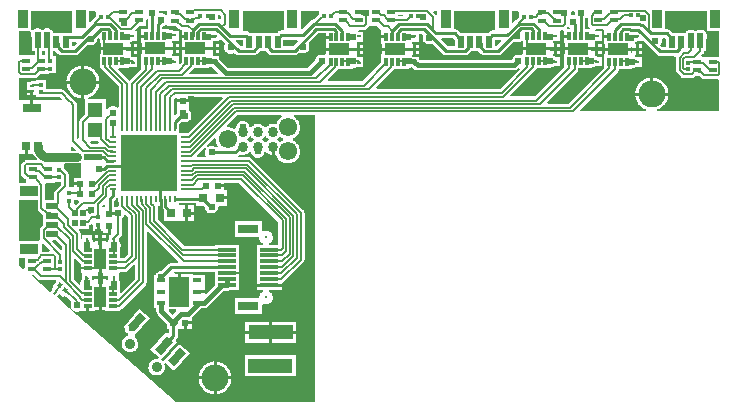
<source format=gtl>
%FSTAX23Y23*%
%MOIN*%
%SFA1B1*%

%IPPOS*%
%AMD24*
4,1,4,0.009600,0.000700,-0.000700,0.009600,-0.009600,-0.000700,0.000700,-0.009600,0.009600,0.000700,0.0*
%
%AMD32*
4,1,4,0.009100,0.031200,-0.029700,-0.013200,-0.009100,-0.031200,0.029700,0.013200,0.009100,0.031200,0.0*
%
%AMD94*
4,1,4,-0.007400,-0.002600,-0.001500,-0.007700,0.007400,0.002600,0.001500,0.007700,-0.007400,-0.002600,0.0*
%
%ADD17C,0.010000*%
%ADD18C,0.006000*%
%ADD19R,0.150000X0.050000*%
%ADD20R,0.019680X0.039370*%
%ADD21R,0.035430X0.062990*%
%ADD22R,0.027560X0.015750*%
%ADD23R,0.050000X0.050000*%
G04~CAMADD=24~10~0.0~137.8~0.0~0.0~0.0~0.0~0~0.0~0.0~0.0~0.0~0~0.0~0.0~0.0~0.0~0~0.0~0.0~0.0~318.9~137.8~0.0*
%ADD24D24*%
%ADD25R,0.013780X0.013780*%
%ADD26R,0.013780X0.013780*%
%ADD27R,0.062990X0.031500*%
%ADD28R,0.025590X0.031500*%
%ADD29R,0.066930X0.039370*%
%ADD30R,0.011810X0.027560*%
%ADD31R,0.011810X0.010630*%
G04~CAMADD=32~9~0.0~0.0~590.6~275.6~0.0~0.0~0~0.0~0.0~0.0~0.0~0~0.0~0.0~0.0~0.0~0~0.0~0.0~0.0~48.9~594.0~623.0*
%ADD32D32*%
%ADD33R,0.068900X0.098430*%
%ADD34R,0.031500X0.015750*%
%ADD35R,0.062990X0.011810*%
%ADD36R,0.070870X0.031500*%
%ADD37R,0.027560X0.011810*%
%ADD38R,0.039370X0.066930*%
%ADD39R,0.010630X0.011810*%
%ADD40R,0.023620X0.019680*%
%ADD41C,0.033980*%
%ADD42R,0.062990X0.035430*%
%ADD43R,0.039370X0.019680*%
%ADD44R,0.016540X0.018110*%
%ADD45R,0.018500X0.020470*%
%ADD46R,0.019680X0.023620*%
%ADD47R,0.025590X0.019680*%
%ADD48R,0.029530X0.031500*%
%ADD49R,0.185040X0.185040*%
%ADD50O,0.007870X0.025590*%
%ADD51O,0.025590X0.007870*%
%ADD91C,0.030000*%
%ADD93C,0.030000*%
G04~CAMADD=94~9~0.0~0.0~78.7~137.8~0.0~0.0~0~0.0~0.0~0.0~0.0~0~0.0~0.0~0.0~0.0~0~0.0~0.0~0.0~138.9~148.0~153.0*
%ADD94D94*%
%ADD95R,0.013780X0.007870*%
%ADD96C,0.015000*%
%ADD97C,0.009000*%
%ADD98C,0.020000*%
%ADD99C,0.008000*%
%ADD100C,0.090000*%
%ADD101C,0.035430*%
%ADD102C,0.012800*%
%ADD103C,0.061020*%
%ADD104C,0.024000*%
%ADD105C,0.025980*%
%LNdextrems_v1-1*%
%LPD*%
G36*
X00509Y-00025D02*
X00508Y-00026D01*
X00504Y-00027*
X00503Y-00026*
X005Y-00024*
X00498Y-00023*
X00495Y-00022*
X00492Y-00021*
X00489Y-00021*
X00487Y-00021*
X00484Y-00022*
X00483Y-00022*
X00479Y-00018*
X00479Y-00018*
X00479Y-00018*
X00483Y-00013*
X00509*
Y-00025*
G37*
G36*
X01409Y-00026D02*
X01404Y-00027D01*
X01403Y-00026*
X01402Y-00024*
X01395Y-00017*
X01397Y-00013*
X01409*
Y-00026*
G37*
G36*
X01867Y-00018D02*
X01867Y-00018D01*
X01866Y-00021*
X01867Y-00023*
X01867Y-00024*
X01866Y-00026*
X01864Y-00028*
X01863Y-00029*
X01862Y-00028*
X01859Y-00029*
X01858Y-00029*
X01857Y-00028*
X01854Y-00025*
X01854Y-00025*
X01854Y-00024*
X01854Y-00021*
X01854Y-00018*
X01854Y-00018*
X01857Y-00013*
X01858Y-00013*
X01863*
X01867Y-00018*
G37*
G36*
X01296Y-00032D02*
X01296Y-00032D01*
X01279*
Y-00027*
X01293*
X01296Y-00032*
G37*
G36*
X00686Y-00031D02*
Y-00039D01*
X00686Y-00039*
X00686Y-0004*
X00681Y-00042*
X00681Y-00042*
X00681Y-00042*
X00678Y-0004*
X00678Y-00039*
X00677Y-00037*
X00677Y-00035*
X00678Y-00033*
X00677Y-0003*
X00677Y-0003*
X00678Y-00029*
X00683Y-00027*
X00686Y-00031*
G37*
G36*
X00271Y-00017D02*
D01*
Y-00033*
X00259Y-00045*
X00259Y-00046*
X00257Y-00047*
X00252Y-00052*
X00248Y-0005*
Y-00013*
X00269*
X00271Y-00017*
G37*
G36*
X0168Y-00016D02*
Y-00034D01*
X01671Y-00044*
X0167Y-00044*
X01669Y-00045*
X01662Y-00053*
X01657Y-00051*
Y-00013*
X01677*
X0168Y-00016*
G37*
G36*
X0191Y-00037D02*
Y-00056D01*
X0191Y-00058*
X0191Y-0006*
X01911Y-00062*
X01912Y-00064*
X01913Y-00066*
X01917Y-0007*
X01916Y-00074*
X01915Y-00075*
X01901*
Y-00039*
X01905Y-00036*
X0191Y-00037*
G37*
G36*
X01848Y-00068D02*
X01848Y-00068D01*
X0185Y-0007*
X01851Y-0007*
Y-00075*
X01842*
X0184Y-0007*
X01841Y-00068*
X01844Y-00067*
X01848Y-00068*
G37*
G36*
X01014Y-00014D02*
Y-00025D01*
X01013Y-00026*
X00997Y-00042*
X00995Y-00042*
X00992Y-00043*
X0099Y-00044*
X00988Y-00045*
X00986Y-00046*
X00986Y-00047*
X00986Y-00047*
X00958Y-00075*
X00953Y-00073*
Y-00013*
X01009*
X01014Y-00014*
G37*
G36*
X00192Y-00082D02*
D01*
X00191Y-00086*
X00176*
X00175Y-00086*
X00129*
X00128Y-00085*
X00127Y-00082*
X00125Y-0008*
X00123Y-00078*
X00121Y-00076*
X00119Y-00074*
X00116Y-00073*
X00113Y-00072*
X00111Y-00072*
X00108Y-00071*
X00105Y-00072*
X00102Y-00072*
X00099Y-00073*
X00097Y-00074*
X00094Y-00076*
X00092Y-00078*
X0009Y-00076*
X00087Y-00074*
X00085Y-00073*
X00082Y-00072*
X00079Y-00072*
X00076Y-00071*
X00073Y-00072*
X00071Y-00072*
X00068Y-00073*
X00065Y-00074*
X00063Y-00076*
X00061Y-00078*
X0006Y-00079*
X00055Y-00078*
X00055Y-00077*
Y-00013*
X00192*
Y-00082*
G37*
G36*
X02307Y-00081D02*
X02303Y-00085D01*
X02303Y-00085*
X02301Y-00082*
X02299Y-0008*
X02296Y-00079*
X02294Y-00078*
X02291Y-00077*
X02288Y-00076*
X02285Y-00076*
X02282Y-00076*
X0228Y-00077*
X02277Y-00078*
X02274Y-00079*
X02272Y-0008*
X0227Y-00082*
X02269Y-00082*
X02267Y-0008*
X02265Y-00078*
X02262Y-00077*
X02259Y-00076*
X02257Y-00076*
X02254Y-00075*
X02251Y-00076*
X02248Y-00076*
X02245Y-00077*
X02243Y-00078*
X0224Y-0008*
X02238Y-00082*
X02236Y-00084*
X02235Y-00086*
X02192*
X02185Y-00079*
X02183Y-00077*
X02181Y-00076*
X02179Y-00075*
X02176Y-00075*
X02174Y-00074*
X02169*
Y-00013*
X02307*
Y-00081*
G37*
G36*
X01602Y-00079D02*
X01592D01*
X0159Y-0008*
X01588Y-0008*
X01586Y-00081*
X01585Y-00081*
X01583Y-00082*
X01582Y-00084*
X01579Y-00086*
X01485*
X01477Y-00079*
X01475Y-00077*
X01473Y-00076*
X01472Y-00075*
X01471Y-00075*
X01469Y-00074*
X01467Y-00074*
X01464*
Y-00013*
X01602*
Y-00079*
G37*
G36*
X00897D02*
X00887D01*
X00885Y-0008*
X00883Y-0008*
X00882Y-00081*
X00881Y-00081*
X00879Y-00082*
X00877Y-00084*
X00874Y-00086*
X00783*
X00781Y-00085*
X00779Y-00084*
X00777Y-00082*
X00776Y-00082*
X00775Y-00081*
X00773Y-00081*
X00771Y-00081*
X0076*
Y-00013*
X00897*
Y-00079*
G37*
G36*
X00206Y-00121D02*
X00196Y-00131D01*
X00191Y-0013*
Y-00116*
X00204*
X00206Y-00121*
G37*
G36*
X00944Y-00114D02*
X00926Y-00131D01*
X00895*
Y-0011*
X00942*
X00944Y-00114*
G37*
G36*
X01623D02*
X01605Y-00132D01*
X016*
Y-0011*
X01621*
X01623Y-00114*
G37*
G36*
X01466Y-0011D02*
Y-00132D01*
X01444*
X01421Y-00109*
X01423Y-00104*
X0146*
X01466Y-0011*
G37*
G36*
X00761Y-00132D02*
X00752D01*
X00736Y-00115*
X00737Y-00111*
X00761*
Y-00132*
G37*
G36*
X02171Y-00108D02*
Y-00133D01*
X02159*
X02152Y-00126*
X02152Y-00126*
X02154Y-00124*
X02155Y-00121*
X02156Y-00118*
X02156Y-00115*
X02157Y-00113*
X02156Y-0011*
X02156Y-00109*
X0216Y-00104*
X02168*
X02171Y-00108*
G37*
G36*
X00443Y-00041D02*
Y-00074D01*
X00422*
Y-00093*
X00438*
Y-00103*
X00422*
Y-00121*
X00424*
Y-00134*
X00511*
Y-00134*
X00516Y-00133*
X00527*
Y-00118*
X00532*
Y-00113*
X00548*
Y-00111*
Y-0008*
X00527*
X00526Y-00079*
X00523Y-00078*
X0052Y-00077*
X00517Y-00077*
X00515Y-00076*
X00513Y-00075*
Y-00074*
X00492*
Y-00066*
X00494Y-00065*
X00495Y-00065*
X00498Y-00064*
X005Y-00062*
X00503Y-00061*
X00504Y-0006*
X00508Y-00061*
X00509Y-00062*
Y-00064*
X00538*
X00548Y-00074*
X0055Y-00075*
X00552Y-00076*
X00553Y-00077*
X00555Y-00077*
X00556Y-00077*
Y-00093*
X00572*
Y-00103*
X00556*
Y-00122*
X00558*
Y-00134*
X00645*
Y-00134*
X0065Y-00133*
X00661*
Y-00118*
X00666*
Y-00113*
X00682*
Y-00111*
X00683Y-0011*
X00686Y-00109*
X00701Y-00123*
X007Y-00123*
X00699Y-00126*
X00698Y-00129*
X00698Y-00132*
X00697Y-00134*
X00698Y-00137*
X00698Y-0014*
X00699Y-00143*
X007Y-00145*
X00702Y-00148*
X00704Y-0015*
X00706Y-00152*
X00708Y-00154*
X00711Y-00155*
X00714Y-00156*
X00717Y-00156*
X0072Y-00156*
X00722Y-00156*
X00725Y-00156*
X00728Y-00155*
X00731Y-00154*
X00731Y-00153*
X00735Y-00157*
X00737Y-00159*
X00739Y-0016*
X00741Y-00161*
X00743Y-00162*
X00746Y-00162*
X00796*
X00799Y-00162*
X00801Y-00161*
X00803Y-0016*
X00805Y-00159*
X00807Y-00157*
X00818Y-00146*
X00818Y-00146*
X00835*
X00836Y-00146*
X00837Y-00148*
X00838Y-0015*
X00846Y-00157*
X00848Y-00159*
X0085Y-0016*
X00852Y-00161*
X00854Y-00162*
X00857Y-00162*
X0089*
X00892Y-00162*
X00893Y-00162*
X00933*
X00935Y-00161*
X00937Y-00161*
X00939Y-0016*
X00941Y-00159*
X00943Y-00157*
X00949Y-00151*
X00949Y-00152*
X00952Y-00153*
X00955Y-00154*
X00958Y-00154*
X00961Y-00155*
X00963Y-00154*
X00966Y-00154*
X00969Y-00153*
X00972Y-00152*
X00974Y-0015*
X00976Y-00148*
X00978Y-00146*
X0098Y-00144*
X00981Y-00141*
X00982Y-00138*
X00982Y-00135*
X00983Y-00133*
X00982Y-0013*
X00982Y-00127*
X00981Y-00124*
X0098Y-00121*
X00979Y-00121*
X01012Y-00089*
X01037*
Y-00096*
X01053*
Y-00106*
X01037*
Y-00124*
X01039*
Y-00137*
X0113*
X01141*
Y-00122*
X01146*
Y-00117*
X01162*
Y-00114*
Y-00084*
X01147*
X01146Y-00083*
X01145Y-00082*
X01148Y-00077*
X01163*
X01165Y-00077*
X01167Y-00077*
X01169Y-00076*
X01171Y-00075*
X01173Y-00073*
X01181Y-00065*
X01182Y-00064*
X01183Y-00063*
X01209*
X01219Y-00073*
X01222Y-00077*
Y-00095*
X01238*
Y-00105*
X01222*
Y-00124*
X01224*
Y-00137*
X01311*
Y-00136*
X01316Y-00136*
X01327*
Y-00121*
X01332*
Y-00116*
X01348*
Y-0009*
X01358*
X01361Y-00094*
X01361Y-00094*
X0136Y-00097*
X0136Y-001*
X01359Y-00103*
X0136Y-00105*
X0136Y-00108*
X01361Y-00111*
X01362Y-00114*
X01364Y-00116*
X01366Y-00118*
X01368Y-0012*
X0137Y-00122*
X01373Y-00123*
X01376Y-00124*
X01379Y-00124*
X01382Y-00125*
X01384Y-00124*
X01387Y-00124*
X0139Y-00123*
X01392Y-00122*
X01427Y-00157*
X01429Y-00159*
X01431Y-0016*
X01433Y-00161*
X01435Y-00162*
X01437Y-00162*
X01501*
X01504Y-00162*
X01506Y-00161*
X01508Y-0016*
X0151Y-00159*
X01512Y-00157*
X01523Y-00146*
X01523Y-00146*
X01543*
X01543Y-00146*
X01555Y-00157*
X01556Y-00159*
X01558Y-0016*
X01561Y-00161*
X01563Y-00162*
X01565Y-00162*
X01612*
X01614Y-00162*
X01616Y-00161*
X01618Y-0016*
X01621Y-00159*
X01622Y-00157*
X01664Y-00116*
X01665Y-00117*
X01668Y-00118*
X01671Y-00118*
X01674Y-00118*
X01676Y-00118*
X01679Y-00118*
X01682Y-00117*
X01685Y-00116*
X01687Y-00114*
X01688Y-00113*
X01691Y-00114*
X01693Y-00115*
Y-00122*
X01695*
Y-00135*
X01785*
X01786Y-00134*
X01797*
Y-00119*
X01802*
Y-00114*
X01818*
Y-00112*
Y-00081*
X01821Y-00077*
X01827*
X0183Y-00081*
X01831Y-00082*
Y-00093*
X01847*
Y-00103*
X01831*
Y-00122*
X01833*
Y-00135*
X01923*
X01924Y-00134*
X01935*
Y-00119*
X0194*
Y-00114*
X01956*
Y-00112*
Y-00081*
X01936*
X01935Y-0008*
X01937Y-00075*
X01961*
X01965Y-00076*
Y-00095*
X01981*
Y-00105*
X01965*
Y-00124*
X01967*
Y-00136*
X02054*
Y-00132*
X02054Y-00132*
X02059Y-00135*
Y-00136*
X0207*
Y-0012*
X02075*
Y-00115*
X02091*
X02096Y-00113*
X02142Y-00159*
X02143Y-00161*
X02145Y-00162*
X02148Y-00163*
X0215Y-00163*
X02152Y-00164*
X02199*
X02199Y-00164*
X02201Y-00166*
X02203Y-00169*
X02203Y-0017*
Y-0021*
X02203Y-00212*
X02203Y-00214*
X02204Y-00216*
X02205Y-00217*
X02206Y-00219*
X02222Y-00234*
X02223Y-00236*
X02225Y-00237*
X02227Y-00238*
X02229Y-00238*
X02231Y-00238*
X02256*
X02258Y-00238*
X0226Y-00238*
X02262Y-00237*
X02264Y-00236*
X02265Y-00234*
X0227Y-0023*
X02279*
X0228Y-0023*
X02282*
X0229Y-00238*
X02291Y-0024*
X02293Y-00241*
X02295Y-00242*
X02297Y-00242*
X02299Y-00242*
X02344*
X02344*
X02348Y-00245*
X02349Y-00246*
Y-00347*
X02142*
X02142Y-00342*
X02145Y-00341*
X02148Y-0034*
X02152Y-00337*
X02156Y-00335*
X02159Y-00332*
X02162Y-00329*
X02165Y-00326*
X02168Y-00323*
X0217Y-00319*
X02173Y-00315*
X02174Y-00312*
X02176Y-00308*
X02177Y-00303*
X02178Y-00299*
X02178Y-00296*
X02069*
X02069Y-00299*
X0207Y-00303*
X02071Y-00308*
X02073Y-00312*
X02074Y-00315*
X02077Y-00319*
X02079Y-00323*
X02082Y-00326*
X02085Y-00329*
X02088Y-00332*
X02091Y-00335*
X02095Y-00337*
X02099Y-0034*
X02102Y-00341*
X02105Y-00342*
X02105Y-00347*
X01886*
X01884Y-00343*
X0201Y-00217*
X02011Y-00215*
X02012Y-00213*
X02013Y-00211*
X02013Y-00209*
X02014Y-00207*
Y-00206*
X02056*
Y-00206*
X02056Y-00205*
X02059Y-00205*
X02062Y-00204*
X02065Y-00204*
X02067Y-00202*
X0207Y-00201*
X0207Y-002*
X02091*
Y-00178*
Y-00168*
X02075*
Y-00163*
X0207*
Y-00147*
X02059*
Y-0015*
X02054Y-00153*
X02054Y-00153*
Y-00146*
X01967*
Y-00159*
X01965*
Y-00203*
X01844Y-00323*
X01776*
X01774Y-00319*
X01875Y-00218*
X01876Y-00216*
X01877Y-00214*
X01878Y-00212*
X01879Y-0021*
X01879Y-00208*
Y-00205*
X01922*
Y-00203*
X01924Y-00202*
X01927Y-00202*
X0193Y-00201*
X01932Y-002*
X01933Y-00199*
X01956*
Y-00177*
Y-00166*
X0194*
Y-00161*
X01935*
Y-00146*
X01924*
X01922Y-00145*
X01833*
Y-00157*
X01831*
Y-00201*
X01733Y-00299*
X01654*
X01652Y-00295*
X01737Y-0021*
X01738Y-00208*
X01739Y-00206*
X0174Y-00205*
X01784*
Y-00203*
X01786Y-00203*
X01789Y-00202*
X01792Y-00202*
X01795Y-002*
X01796Y-00199*
X01818*
Y-00177*
Y-00166*
X01802*
Y-00161*
X01797*
Y-00146*
X01786*
X01784Y-00145*
X01695*
Y-00157*
X01693*
Y-00158*
X01692Y-00159*
X01688Y-00161*
X01687Y-00161*
X01685Y-0016*
X01682Y-00159*
X01679Y-00159*
X01676Y-00159*
X01673Y-0016*
X0167Y-00161*
X01668Y-00162*
X01665Y-00164*
X01663Y-00165*
X01661Y-00168*
X0166Y-0017*
X01659Y-00173*
X01658Y-00175*
X01656Y-00177*
X0135*
X01348Y-00175*
Y-00168*
X01342*
X01341Y-00167*
X01339Y-00166*
X01336Y-00165*
X01334Y-00165*
X01332Y-00165*
Y-00163*
X01327*
Y-00148*
X01316*
X01311Y-00148*
Y-00147*
X01224*
Y-00159*
X01222*
Y-00186*
X01158Y-00249*
X01045*
X01043Y-00245*
X01079Y-00209*
X0108Y-00208*
X01081Y-00207*
X01128*
Y-00204*
X0113Y-00203*
X01133Y-00203*
X01136Y-00202*
X01137Y-00201*
X01162*
Y-00179*
Y-00169*
X0115*
X0115Y-00169*
X01148Y-00168*
X01146Y-00168*
Y-00164*
X01141*
Y-00148*
X0113*
X01127Y-00147*
X01039*
Y-00155*
X01037Y-00159*
X01032Y-00162*
X01031Y-00161*
X01028Y-0016*
X01025Y-0016*
X01023Y-00159*
X0102Y-0016*
X01017Y-0016*
X01014Y-00161*
X01011Y-00162*
X01009Y-00164*
X01007Y-00166*
X01005Y-00168*
X01003Y-0017*
X01002Y-00173*
X01001Y-00176*
X01001Y-00179*
X00975Y-00204*
X00712*
X00682Y-00174*
X00682Y-00174*
X00682Y-00174*
Y-00165*
X00674*
X00672Y-00165*
X0067Y-00164*
X00668Y-00163*
X00666Y-00163*
Y-0016*
X00661*
Y-00145*
X0065*
X00645Y-00145*
Y-00144*
X00558*
Y-00157*
X00556*
Y-00186*
X00552Y-0019*
X00548Y-00188*
Y-00165*
X00532*
Y-0016*
X00527*
Y-00145*
X00516*
X00511Y-00144*
Y-00144*
X00424*
Y-00156*
X00422*
Y-00204*
X00422Y-00209*
X00383Y-00248*
X00345Y-0021*
X00347Y-00205*
X00374*
Y-00203*
X00377Y-00203*
X0038Y-00202*
X00382Y-00202*
X00383Y-00201*
X00409*
Y-00179*
Y-00168*
X00395*
X00395Y-00168*
X00393Y-00168*
Y-00163*
X00388*
Y-00148*
X00377*
X00372Y-00147*
Y-00145*
X00286*
Y-00157*
X00284*
Y-00205*
X00288*
X00289Y-00206*
X0029Y-00208*
X00291Y-0021*
X00346Y-00265*
Y-00334*
X00345Y-00335*
X00341Y-00336*
X0034Y-00335*
X00338Y-00334*
X00335Y-00333*
X00333Y-00332*
X0033Y-00331*
X00327Y-00331*
X00324Y-00331*
X00321Y-00332*
X00318Y-00333*
X00316Y-00334*
X00313Y-00335*
X00311Y-00337*
X00309Y-0034*
X00308Y-00341*
X00305Y-00341*
X00303Y-0034*
Y-00308*
X00246*
X00245Y-00303*
X00248Y-00301*
X00252Y-003*
X00256Y-00297*
X0026Y-00295*
X00263Y-00292*
X00266Y-00289*
X00269Y-00286*
X00272Y-00283*
X00274Y-00279*
X00276Y-00275*
X00278Y-00272*
X0028Y-00268*
X00281Y-00263*
X00282Y-00259*
X00282Y-00256*
X00232*
Y-00308*
X00233Y-00309*
X00233Y-0031*
Y-00359*
X00218Y-00375*
X00217Y-00376*
X00216Y-00378*
X00215Y-0038*
X00214Y-00382*
X00214Y-00384*
Y-00438*
X00209Y-00441*
X00208Y-0044*
Y-00328*
X00208Y-00325*
X00207Y-00324*
X00206Y-00322*
X00205Y-0032*
X00204Y-00318*
X00196Y-0031*
X00195Y-00309*
X0019Y-00304*
X00189Y-00303*
X00165Y-00279*
X00163Y-00278*
X00162Y-00277*
X0016Y-00276*
X00158Y-00276*
X00156Y-00275*
X00105*
Y-00244*
X00071*
Y-00249*
X00057*
X00055Y-00249*
X00053Y-0025*
X00051Y-00251*
X0005Y-00251*
X0004*
Y-00279*
X00057*
Y-00281*
X00062*
Y-00295*
X00071*
Y-00302*
X00105*
Y-00302*
X0015*
X00156Y-00308*
X00155Y-00312*
X00091*
X00091Y-00312*
X00062*
Y-00338*
X00052*
Y-00312*
X00021*
X0002Y-00312*
X00013*
Y-00241*
X00014Y-00239*
X00018Y-00237*
X00018Y-00237*
X0002Y-00237*
X00066*
X00068Y-00237*
X0007Y-00237*
X00072Y-00236*
X00074Y-00235*
X00076Y-00234*
X00084Y-00225*
X00113*
Y-00222*
X00136*
Y-00199*
Y-00165*
X00127*
Y-00146*
X00134*
X00145Y-00157*
X00147Y-00159*
X00149Y-0016*
X00151Y-00161*
X00153Y-00162*
X00156Y-00162*
X00201*
X00203Y-00162*
X00206Y-00161*
X00208Y-0016*
X0021Y-00159*
X00212Y-00157*
X00243Y-00126*
X00244Y-00127*
X00247Y-00128*
X0025Y-00128*
X00253Y-00128*
X00256Y-00128*
X00258Y-00128*
X00261Y-00127*
X00264Y-00125*
X00266Y-00124*
X00268Y-00122*
X0027Y-0012*
X00272Y-00117*
X00273Y-00115*
X00274Y-00112*
X00274Y-0011*
X00279Y-00105*
X00284Y-00107*
Y-00122*
X00286*
Y-00135*
X00377*
X00387*
Y-0012*
X00392*
Y-00115*
X00408*
Y-00112*
Y-00082*
X00403*
X00401Y-00077*
X00416Y-00063*
X00437*
Y-00043*
X00442Y-0004*
X00443Y-00041*
G37*
G36*
X00053Y-00083D02*
X00055Y-00087D01*
X00055Y-00088*
X00054Y-00091*
X00054Y-00094*
X00054Y-00096*
X00055Y-00099*
X00056Y-00102*
X00056Y-00103*
Y-00146*
X00066*
Y-00161*
X00062Y-00162*
X00014*
X00013Y-00158*
Y-00082*
X00052*
X00053Y-00083*
G37*
G36*
X001Y-00162D02*
X00092D01*
Y-00146*
X001*
Y-00162*
G37*
G36*
X02349Y-00167D02*
X02302D01*
X02299*
X02297*
X02291*
X02289Y-00162*
X02295Y-00156*
X02296Y-00155*
X02297Y-00153*
X02298Y-00151*
X02298Y-00149*
X02298Y-00147*
Y-00146*
X02305*
Y-00107*
X02306Y-00106*
X02307Y-00104*
X02307Y-00101*
X02307Y-00098*
X02307Y-00095*
X02307Y-00092*
X02306Y-00091*
X02305Y-00086*
X02307Y-00082*
X02307Y-00082*
X02349*
Y-00167*
G37*
G36*
X00679Y-00221D02*
X00677Y-00225D01*
X00584*
X00582Y-00221*
X00598Y-00205*
X00599Y-00204*
X00647*
Y-00203*
X00647Y-00202*
X0065Y-00202*
X00653Y-00202*
X00656Y-00201*
X00658Y-002*
X00679Y-00221*
G37*
G36*
X01331Y-00207D02*
X01332Y-00208D01*
X01334Y-0021*
X01336Y-00211*
X01338Y-00211*
X01341Y-00212*
X01343Y-00212*
X01663*
X01665Y-00212*
X01668Y-00211*
X0167Y-00211*
X01672Y-0021*
X01674Y-00208*
X01675Y-00207*
X01679Y-00204*
X01682Y-00204*
X01684Y-00209*
X01619Y-00273*
X01206*
X01204Y-00269*
X01264Y-00209*
X01265Y-00207*
X01266Y-00207*
X01313*
Y-00204*
X01313Y-00204*
X01316Y-00203*
X01319Y-00203*
X01322Y-00202*
X01324Y-00201*
X01324*
X01331Y-00207*
G37*
G36*
X00693Y-00304D02*
X00576Y-00422D01*
X00574Y-00421*
X00556*
X00554Y-00422*
X00554Y-00422*
X00549Y-0042*
X00546Y-00415*
X00546Y-00414*
X00547Y-00412*
Y-00407*
X00547Y-00405*
X00547Y-00403*
Y-0039*
X00556Y-00382*
X00556Y-00382*
X00558Y-00383*
X00561Y-00384*
X00564Y-00385*
X00567Y-00385*
X0057Y-00385*
X00573Y-00384*
X00575Y-00383*
X00578Y-00382*
X0058Y-0038*
X00582Y-00378*
X00584Y-00376*
X00586Y-00374*
X00587Y-00371*
X00588Y-00369*
X00589Y-00366*
X00589Y-00363*
X00589Y-0036*
X00588Y-00357*
X00587Y-00354*
X00586Y-00352*
X00584Y-00349*
X00582Y-00347*
X00581Y-00346*
Y-00319*
X00561*
X00541*
Y-00335*
Y-00355*
X00535Y-00362*
X0053Y-0036*
Y-00308*
X00536Y-00302*
X00541Y-00304*
Y-00309*
X00561*
X00581*
Y-003*
X00691*
X00693Y-00304*
G37*
G36*
X0089Y-00363D02*
X0089Y-00367D01*
X00888Y-00368*
X00885Y-0037*
X00882Y-00373*
X00879Y-00376*
X00877Y-00379*
X00875Y-00383*
X00873Y-00386*
X00873Y-00387*
X0087Y-0039*
X00867Y-0039*
X00864Y-0039*
X00861Y-0039*
X00857Y-0039*
X00854Y-0039*
X00852Y-00391*
X00849Y-00392*
X00846Y-00394*
X00844Y-00396*
X00841Y-00398*
X00839Y-004*
X00838Y-00401*
X00836Y-00402*
X00835*
X00833Y-00401*
X00832Y-004*
X0083Y-00398*
X00827Y-00396*
X00825Y-00394*
X00822Y-00392*
X00819Y-00391*
X00817Y-0039*
X00814Y-0039*
X00811Y-0039*
X00807Y-0039*
X00804Y-0039*
X00802Y-00391*
X00799Y-00392*
X00796Y-00394*
X00794Y-00396*
X00791Y-00398*
X00789Y-004*
X00788Y-00401*
X00787Y-00401*
X00784Y-004*
X00782Y-00399*
X00782Y-00396*
X00781Y-00393*
X0078Y-00391*
X00778Y-00388*
X00776Y-00386*
X00774Y-00384*
X00772Y-00383*
X00769Y-00381*
X00766Y-0038*
X00763Y-0038*
X00761Y-0038*
X00758Y-0038*
X00755Y-0038*
X00752Y-00381*
X00749Y-00383*
X00747Y-00384*
X00745Y-00386*
X00743Y-00388*
X00741Y-00391*
X0074Y-00393*
X00739Y-00396*
X00739Y-00399*
X00738Y-00401*
X00738Y-00402*
X00737Y-00404*
X00736Y-00405*
X00736Y-00405*
X0073Y-00406*
X0073Y-00406*
X0073Y-00406*
X00726Y-00404*
X00722Y-00403*
X00718Y-00402*
X00714Y-00401*
X00711Y-00401*
X00709Y-00401*
X00707Y-00396*
X00741Y-00362*
X00889*
X0089Y-00363*
G37*
G36*
X00887Y-00435D02*
X00888Y-00435D01*
X00891Y-00438*
X00895Y-00439*
X00895Y-0044*
Y-00443*
X00895Y-00444*
X00891Y-00446*
X00888Y-00448*
X00887Y-00449*
X00883Y-0045*
X0088Y-00448*
X0088Y-00448*
X00877Y-00446*
X00876Y-00445*
X00875Y-00442*
Y-00442*
X00876Y-00439*
X00877Y-00438*
X0088Y-00436*
X0088Y-00435*
X00883Y-00434*
X00887Y-00435*
G37*
G36*
X00788Y-00432D02*
X00789Y-00434D01*
X00791Y-00436*
X00794Y-00438*
X00795Y-00439*
X00796Y-00442*
Y-00442*
X00795Y-00445*
X00794Y-00446*
X00791Y-00448*
X00789Y-0045*
X00788Y-00451*
X00786Y-00452*
X00785*
X00783Y-00451*
X00782Y-0045*
X0078Y-00448*
X00777Y-00446*
X00776Y-00445*
X00775Y-00442*
Y-00442*
X00776Y-00439*
X00777Y-00438*
X0078Y-00436*
X00782Y-00434*
X00783Y-00432*
X00785Y-00432*
X00786*
X00788Y-00432*
G37*
G36*
X00836Y-00432D02*
X00838Y-00432D01*
X00839Y-00434*
X00841Y-00436*
X00844Y-00438*
X00845Y-00439*
X00846Y-00442*
Y-00442*
X00845Y-00445*
X00844Y-00446*
X00841Y-00448*
X00839Y-0045*
X00838Y-00451*
X00836Y-00452*
X00835*
X00833Y-00451*
X00832Y-0045*
X0083Y-00448*
X00827Y-00446*
X00826Y-00445*
X00825Y-00442*
Y-00442*
X00826Y-00439*
X00827Y-00438*
X0083Y-00436*
X00832Y-00434*
X00833Y-00432*
X00835Y-00432*
X00836*
G37*
G36*
X00277Y-00448D02*
X00278Y-00449D01*
X0028Y-00451*
X00281Y-00452*
X00279Y-00457*
X00257*
X00251Y-00451*
X00253Y-00447*
X00277*
X00277Y-00448*
G37*
G36*
X0067Y-0044D02*
X0067Y-00442D01*
X0067Y-00446*
X00671Y-0045*
X00672Y-00454*
X00673Y-00457*
X00675Y-00461*
X00676Y-00463*
X00676Y-00464*
X00674Y-00467*
X00673Y-00468*
X0067Y-00468*
X00669Y-00467*
X00667Y-00466*
X00664Y-00465*
X00662Y-00464*
X00659Y-00463*
X00656Y-00463*
X00653Y-00463*
X0065Y-00464*
X00647Y-00465*
X00645Y-00466*
X00643Y-00467*
X0064Y-00463*
X00665Y-00438*
X0067Y-0044*
G37*
G36*
X00205Y-00477D02*
X00203Y-00482D01*
X00192*
X00187Y-0048*
Y-00466*
X00192Y-00464*
X00205Y-00477*
G37*
G36*
X00043Y-0049D02*
X00061D01*
X00064Y-00494*
X00064Y-00494*
X00067Y-00498*
X00069Y-00502*
X00073Y-00505*
X00074Y-00507*
X00072Y-00512*
X00039*
X00037Y-00512*
X00035Y-00512*
X00033Y-00513*
X00031Y-00514*
X0003Y-00516*
X00025Y-00521*
X00023Y-00522*
X00022Y-00524*
X00022Y-00526*
X00021Y-00528*
X00021Y-0053*
Y-00555*
X00021Y-00557*
X00022Y-00559*
X00022Y-00561*
X00023Y-00563*
X00025Y-00564*
X00034Y-00574*
X00035Y-00575*
X00036Y-00575*
Y-00587*
X00031Y-00587*
X00013*
Y-0049*
X0002*
X00021Y-0049*
X00033*
Y-00464*
X00043*
Y-0049*
G37*
G36*
X00638Y-00472D02*
X00637Y-00474D01*
X00635Y-00476*
X00635Y-00479*
X00634Y-00482*
X00634Y-00485*
X00634Y-00488*
X00635Y-00491*
X00635Y-00493*
X00637Y-00496*
X00637Y-00496*
X00634Y-00501*
X00608*
X00607Y-00497*
X00634Y-00469*
X00638Y-00472*
G37*
G36*
X01001Y-01318D02*
X00538D01*
X00153Y-00982*
X00153Y-00977*
X00153Y-00977*
X00142Y-00968*
X00149Y-0096*
X0016Y-00969*
X00165Y-00963*
X0017Y-00967*
X00174Y-00967*
X00189Y-00982*
X00189Y-00983*
X00188Y-00985*
X00187Y-00988*
X00186Y-00991*
X00186Y-00994*
X00186Y-00997*
X00187Y-01*
X00188Y-01002*
X00189Y-01005*
X0019Y-01007*
X00192Y-01009*
X00194Y-01011*
X00197Y-01013*
X00199Y-01014*
X00202Y-01015*
X00205Y-01016*
X00208Y-01016*
X00211Y-01016*
X00214Y-01015*
X00215Y-01015*
X0022Y-01013*
X00238*
Y-00997*
X00248*
Y-01013*
X00267*
Y-01011*
X0028*
Y-00968*
Y-00924*
X00278*
X00277Y-0092*
Y-00909*
X00262*
Y-00899*
X00277*
Y-00888*
X00279Y-00884*
X0028*
Y-0084*
Y-00796*
X00278Y-00792*
Y-00782*
X00263*
Y-00777*
X00258*
Y-00761*
X00225*
Y-00774*
X00225Y-00775*
X0022Y-00772*
Y-00757*
X0022Y-00755*
X00219Y-00753*
X00218Y-00751*
X00217Y-00749*
X00216Y-00748*
X00213Y-00744*
X00215Y-0074*
X00247*
Y-0073*
X00249Y-00729*
X00251Y-00728*
X00252Y-00727*
X00255Y-00724*
X0026Y-00726*
Y-00746*
X00273*
Y-00727*
X00283*
Y-00746*
X00295*
Y-00754*
X0031*
Y-00732*
X0032*
Y-00754*
X00322Y-00759*
X00321Y-00761*
X00313*
Y-00777*
X00308*
Y-00782*
X00292*
Y-00792*
X00291Y-00797*
X0029*
Y-0084*
Y-00884*
X00291*
X00293Y-00888*
Y-00899*
X00308*
Y-00909*
X00293*
Y-0092*
X00292Y-00924*
X0029*
Y-00968*
Y-01011*
X00302*
Y-01013*
X0035*
Y-0101*
X00351Y-0101*
X00353Y-01009*
X00355Y-01008*
X00356Y-01007*
X00436Y-00927*
X00437Y-00926*
X00438Y-00924*
X00439Y-00922*
X0044Y-0092*
X0044Y-00918*
Y-0075*
X00444Y-00749*
X00545Y-00849*
X00543Y-00854*
X00522*
X0052Y-00854*
X00518Y-00855*
X00516Y-00855*
X00514Y-00857*
X00512Y-00858*
X0049Y-0088*
X00489Y-0088*
X00487Y-0088*
X00484Y-0088*
X00481Y-00881*
X00478Y-00883*
X00476Y-00884*
X00474Y-00886*
X00472Y-00888*
X0047Y-00891*
X00469Y-00893*
X00469Y-00894*
X00464*
Y-0093*
Y-00932*
Y-00967*
Y-00969*
Y-01005*
X00472*
Y-01014*
X00472Y-01017*
X00473Y-01019*
X00473Y-01021*
X00474Y-01023*
X00476Y-01025*
X00477Y-01027*
X00507Y-01057*
Y-01073*
X00514*
Y-01086*
X00509Y-01089*
X00504Y-01084*
X00452Y-01144*
X00481Y-01169*
X00479Y-01174*
X00477Y-01174*
X00474Y-01173*
X00471Y-01173*
X00468Y-01174*
X00465Y-01175*
X00462Y-01176*
X00459Y-01177*
X00457Y-01179*
X00454Y-01181*
X00452Y-01183*
X0045Y-01185*
X00448Y-01188*
X00447Y-01191*
X00446Y-01194*
X00446Y-01197*
X00445Y-012*
X00445Y-01203*
X00446Y-01206*
X00446Y-01209*
X00447Y-01212*
X00449Y-01215*
X0045Y-01217*
X00452Y-0122*
X00455Y-01222*
X00457Y-01224*
X0046Y-01226*
X00463Y-01227*
X00466Y-01228*
X00469Y-01229*
X00472Y-01229*
X00475Y-01229*
X00478Y-01228*
X00481Y-01228*
X00484Y-01227*
X00487Y-01225*
X00489Y-01224*
X00492Y-01222*
X00494Y-01219*
X00496Y-01217*
X00497Y-01214*
X00499Y-01211*
X005Y-01209*
X005Y-01205*
X00501Y-01202*
X00501Y-01199*
X005Y-01196*
X005Y-01193*
X00499Y-01191*
X00503Y-01189*
X00532Y-01214*
X00584Y-01154*
X00549Y-01123*
X00498Y-01181*
X00497Y-01181*
X00492Y-01181*
X00491Y-0118*
X0049Y-01179*
X00489Y-01175*
X0049Y-01173*
X0054Y-01116*
X00538Y-01114*
X00538Y-01109*
X00539Y-01107*
X00541Y-01105*
X00542Y-01103*
X00543Y-01101*
X00544Y-01099*
X00544Y-01097*
Y-01073*
X00563*
Y-01054*
X00568*
Y-01049*
X0059*
Y-01037*
X00591Y-01036*
X00622Y-01005*
X00633*
Y-01004*
X00634Y-01004*
X00636Y-01003*
X00638Y-01003*
X00641Y-01002*
X00642Y-01*
X00644Y-00999*
X00696Y-00947*
X00697Y-00946*
X00707*
X00709Y-00946*
X00711Y-00946*
X00713Y-00945*
X00716Y-00944*
X00716Y-00944*
X00749*
Y-00904*
Y-00892*
X00715*
X00714Y-00892*
X00712Y-00891*
X0071Y-00891*
X00708Y-00891*
Y-00885*
X00749*
Y-00865*
Y-00826*
Y-00794*
X00666*
Y-00797*
X00563*
X00476Y-00709*
Y-00666*
X00477Y-00665*
X00481Y-00663*
X00481Y-00663*
X00483Y-00664*
X00485Y-00664*
X00487Y-00665*
Y-00666*
X00487Y-00668*
X00487Y-00671*
X00488Y-00673*
X00489Y-00675*
X00491Y-00676*
X00497Y-00682*
Y-00714*
X00545*
X00546*
X0055*
X00551*
X00569*
Y-00688*
Y-00662*
X00551*
X00549*
X00547Y-00657*
X00548Y-00655*
X00605*
Y-00663*
X00628*
X00634Y-00669*
X00634Y-0067*
X00635Y-00673*
X00635Y-00675*
X00637Y-00678*
X00638Y-0068*
X0064Y-00682*
X00642Y-00684*
X00645Y-00686*
X00647Y-00687*
X0065Y-00688*
X00653Y-00689*
X00656Y-00689*
X00659Y-00689*
X00662Y-00688*
X00664Y-00687*
X00667Y-00686*
X00669Y-00684*
X00671Y-00682*
X00673Y-0068*
X00675Y-00678*
X00676Y-00675*
X00677Y-00673*
X00678Y-0067*
X00678Y-00667*
X00682Y-00663*
X00707*
Y-00642*
X00683*
Y-00632*
X00707*
Y-00611*
X00698*
Y-00601*
X00676*
Y-00591*
X00698*
Y-00587*
X00749*
X00879Y-00717*
Y-00794*
X00849*
X00848Y-00789*
X00849Y-00788*
X00851Y-00787*
X00854Y-00785*
X00856Y-00782*
X00857Y-0078*
X00859Y-00777*
X0086Y-00774*
X0086Y-00771*
X0086Y-00768*
X0086Y-00765*
X0086Y-00763*
X00859Y-0076*
X00857Y-00757*
X00856Y-00755*
X00854Y-00752*
X00851Y-0075*
X00849Y-00749*
X00846Y-00747*
X00843Y-00746*
X00841Y-00746*
X00838Y-00746*
X00835Y-00746*
X00832Y-00746*
X00829Y-00747*
X00824Y-00744*
Y-00715*
X00733*
Y-00767*
X00813*
X00815Y-00768*
X00815Y-00771*
X00815Y-00774*
X00816Y-00777*
X00818Y-0078*
X00819Y-00782*
X00821Y-00785*
X00824Y-00787*
X00826Y-00788*
X00827Y-00789*
X00826Y-00794*
X00808*
Y-00826*
Y-00865*
Y-00904*
Y-00924*
X00891*
Y-00921*
X00893Y-0092*
X00894Y-00919*
X00896Y-00917*
X00962Y-00852*
X00963Y-0085*
X00964Y-00848*
X00965Y-00847*
X00965Y-00845*
X00966Y-00843*
Y-00687*
X00965Y-00685*
X00965Y-00683*
X00964Y-00681*
X00963Y-00679*
X00962Y-00678*
X00789Y-00505*
X00787Y-00504*
X00786Y-00503*
X00784Y-00502*
X00782Y-00501*
X0078Y-00501*
X00747*
X00746Y-005*
X00745Y-00496*
X00746Y-00496*
X0075Y-00491*
X00752Y-00492*
X00754Y-00493*
X00757Y-00494*
X00761Y-00494*
X00764Y-00494*
X00767Y-00493*
X00769Y-00492*
X00772Y-00491*
X00775Y-0049*
X00777Y-00488*
X0078Y-00486*
X00782Y-00484*
X00783Y-00482*
X00784Y-00482*
X00787Y-00484*
X00789Y-00485*
X00789Y-00487*
X0079Y-0049*
X00791Y-00493*
X00793Y-00495*
X00795Y-00497*
X00797Y-00499*
X00799Y-00501*
X00802Y-00502*
X00805Y-00503*
X00808Y-00504*
X00811Y-00504*
X00813Y-00504*
X00816Y-00503*
X00819Y-00502*
X00822Y-00501*
X00824Y-00499*
X00826Y-00497*
X00828Y-00495*
X0083Y-00493*
X00831Y-0049*
X00832Y-00487*
X00832Y-00485*
X00834Y-00484*
X00837Y-00482*
X00838Y-00482*
X00839Y-00484*
X00841Y-00486*
X00844Y-00488*
X00846Y-0049*
X00849Y-00491*
X00852Y-00492*
X00854Y-00493*
X00856Y-00493*
Y-00467*
X00866*
Y-00493*
X00867Y-00493*
X0087Y-00493*
X00873Y-00496*
X00873Y-00497*
X00875Y-00501*
X00877Y-00504*
X00879Y-00507*
X00882Y-0051*
X00885Y-00513*
X00888Y-00515*
X00891Y-00518*
X00895Y-00519*
X00899Y-00521*
X00903Y-00522*
X00907Y-00522*
X00911Y-00522*
X00914Y-00522*
X00918Y-00522*
X00922Y-00521*
X00926Y-00519*
X0093Y-00518*
X00933Y-00515*
X00936Y-00513*
X00939Y-0051*
X00942Y-00507*
X00944Y-00504*
X00946Y-00501*
X00948Y-00497*
X00949Y-00494*
X0095Y-0049*
X00951Y-00486*
X00951Y-00482*
X00951Y-00478*
X0095Y-00474*
X00949Y-0047*
X00948Y-00466*
X00946Y-00463*
X00944Y-00459*
X00942Y-00456*
X00939Y-00453*
X00936Y-0045*
X00933Y-00448*
X0093Y-00446*
X00926Y-00444*
X00926Y-00443*
Y-0044*
X00926Y-00439*
X0093Y-00438*
X00933Y-00435*
X00936Y-00433*
X00939Y-0043*
X00942Y-00427*
X00944Y-00424*
X00946Y-00421*
X00948Y-00417*
X00949Y-00414*
X0095Y-0041*
X00951Y-00406*
X00951Y-00402*
X00951Y-00398*
X0095Y-00394*
X00949Y-0039*
X00948Y-00386*
X00946Y-00383*
X00944Y-00379*
X00942Y-00376*
X00939Y-00373*
X00936Y-0037*
X00933Y-00368*
X00931Y-00367*
X00931Y-00363*
X00932Y-00362*
X01001*
Y-01318*
G37*
G36*
X00218Y-0052D02*
X0022Y-00522D01*
X00221Y-00522*
Y-0057*
X00197*
Y-00585*
X00218*
Y-00595*
X00197*
Y-00602*
X00184*
X0018Y-00599*
Y-0056*
X0018Y-00557*
X00179Y-00555*
X00178Y-00554*
X00177Y-00552*
X00176Y-0055*
X00165Y-00539*
Y-00527*
X00166Y-00522*
X00206*
X00209Y-00522*
X00211Y-00521*
X00214Y-00521*
X00216Y-0052*
X00218Y-0052*
G37*
G36*
X00154Y-00594D02*
X00136Y-00612D01*
X00135Y-00614*
X00133Y-00615*
X00133Y-00617*
X00132Y-00619*
X00132Y-00621*
Y-00644*
X00131*
X00131Y-00644*
X00102*
Y-00593*
X00102Y-00592*
X00105Y-00589*
X00106Y-00587*
X00106Y-00587*
X00135*
Y-00584*
X00154*
Y-00594*
G37*
G36*
X00213Y-0065D02*
X00203Y-0066D01*
X00198Y-00658*
Y-00645*
X00211*
X00213Y-0065*
G37*
G36*
X00345Y-00636D02*
Y-0065D01*
X00346Y-00652*
X00346Y-00654*
X00346Y-00655*
Y-00662*
X00346Y-00662*
X00343Y-00666*
X00342Y-00667*
X00342Y-00667*
X0034Y-00667*
X00337Y-00668*
X00336Y-00668*
X00332Y-00666*
X00331Y-00665*
Y-00646*
X00337Y-0064*
X00338Y-00638*
X00338Y-00638*
X00339Y-00637*
X0034Y-00635*
X0034Y-00635*
X00345Y-00636*
G37*
G36*
X00301Y-0066D02*
Y-00667D01*
X00299Y-00669*
X00293Y-00669*
X00291Y-00667*
Y-00663*
X00296Y-00658*
X00301Y-0066*
G37*
G36*
X00265Y-00669D02*
Y-00682D01*
X0026*
Y-00688*
X00259*
X00257Y-00688*
X00255Y-00689*
X00253Y-0069*
X00252Y-0069*
X0025Y-0069*
X00247Y-00688*
Y-00667*
X00252Y-00667*
X00264*
X00265Y-00669*
G37*
G36*
X00076Y-00671D02*
X00076Y-00673D01*
X00077Y-00675*
X00078Y-00677*
X00079Y-00679*
X0008Y-00681*
X00095Y-00695*
Y-00728*
X00087Y-00736*
X00085Y-00738*
X00084Y-00739*
X00083Y-00741*
X00083Y-00743*
X00083Y-00745*
Y-00772*
X00083Y-00774*
X00083Y-00775*
X00081Y-00779*
X00081Y-0078*
X0008Y-0078*
X00013*
Y-00643*
X00076*
Y-00671*
G37*
G36*
X00158Y-008D02*
Y-00809D01*
X00153Y-00811*
X00125Y-00783*
X00127Y-00779*
X00136*
X00158Y-008*
G37*
G36*
X00117Y-00812D02*
X00115Y-00816D01*
X0009*
Y-00792*
X00095Y-0079*
X00117Y-00812*
G37*
G36*
X00369Y-00692D02*
X00378Y-007D01*
Y-00825*
X00366Y-00837*
X0035*
Y-00804*
X00351Y-00802*
X00352Y-008*
X00353Y-00797*
X00353Y-00794*
X00353Y-00791*
X00352Y-00788*
X00351Y-00785*
X0035Y-00783*
X00348Y-0078*
X00346Y-00778*
X00347Y-00773*
X00352Y-00769*
X00353Y-00767*
X00354Y-00765*
X00355Y-00763*
X00356Y-00761*
X00356Y-00759*
Y-00707*
X00356Y-00707*
X00358Y-00705*
X0036Y-00702*
X00362Y-007*
X00363Y-00697*
X00364Y-00695*
X00364Y-00694*
X00369Y-00692*
X00369Y-00692*
G37*
G36*
X00034Y-00872D02*
X00029Y-00874D01*
X00013Y-0086*
Y-00836*
X00034*
Y-00872*
G37*
G36*
X00219Y-00856D02*
X0022Y-00857D01*
Y-00866*
X00244*
Y-00875*
X0022*
Y-00886*
X0022*
X00224Y-00888*
Y-00908*
X00223Y-00909*
X00222Y-00911*
X0022Y-00914*
X00219Y-00916*
X00219Y-00919*
X00219Y-00922*
X00219Y-00924*
X00217Y-00925*
X00214Y-00927*
X00196Y-00908*
Y-0084*
X002Y-00838*
X00219Y-00856*
G37*
G36*
X00078Y-00909D02*
X0008Y-0091D01*
X00082Y-00911*
X00084Y-00912*
X00086Y-00912*
X00088Y-00912*
X00136*
X00138Y-00917*
X00127Y-0093*
X00128Y-00931*
X00129Y-00936*
X00127Y-00938*
X00125Y-00939*
X00124Y-00941*
X00123Y-00943*
X00123Y-00945*
X00117Y-00951*
X00056Y-00898*
X00058Y-00893*
X00063*
X00078Y-00909*
G37*
G36*
X00402Y-00862D02*
Y-00906D01*
X00355Y-00953*
X0035Y-00951*
Y-00932*
X0035Y-00931*
X00351Y-00928*
X00352Y-00925*
X00352Y-00923*
X00352Y-0092*
X00351Y-00917*
X0035Y-00914*
X00349Y-00912*
X00348Y-00909*
X00346Y-00907*
Y-00888*
X0035Y-00886*
X0035*
Y-00883*
X00369*
X00371Y-00883*
X00373Y-00882*
X00375Y-00881*
X00377Y-0088*
X00378Y-00879*
X00397Y-0086*
X00402Y-00862*
G37*
G36*
X00666Y-00927D02*
X00638Y-00956D01*
X00635Y-00955*
X00608*
Y-00945*
X00633*
Y-00932*
Y-0093*
Y-00894*
X00593*
Y-0089*
X00554*
Y-0095*
X00544*
Y-0089*
X00533*
X0053Y-00885*
X00531Y-00884*
X00666*
Y-00927*
G37*
G36*
X00538Y-01014D02*
X00526Y-01026D01*
X00513Y-01013*
X00515Y-01009*
X00536*
X00538Y-01014*
G37*
%LNdextrems_v1-2*%
%LPC*%
G36*
X00548Y-00123D02*
X00537D01*
Y-00133*
X00548*
Y-00123*
G37*
G36*
X00682Y-00123D02*
X00671D01*
Y-00133*
X00682*
Y-00123*
G37*
G36*
X01956Y-00124D02*
X01945D01*
Y-00134*
X01956*
Y-00124*
G37*
G36*
X01818D02*
X01807D01*
Y-00134*
X01818*
Y-00124*
G37*
G36*
X00408Y-00125D02*
X00397D01*
Y-00135*
X00408*
Y-00125*
G37*
G36*
X02091Y-00125D02*
X0208D01*
Y-00136*
X02091*
Y-00125*
G37*
G36*
X01348Y-00126D02*
X01337D01*
Y-00136*
X01348*
Y-00126*
G37*
G36*
X01162Y-00127D02*
X01151D01*
Y-00137*
X01162*
Y-00127*
G37*
G36*
X00548Y-00145D02*
X00537D01*
Y-00155*
X00548*
Y-00145*
G37*
G36*
X00682Y-00145D02*
X00671D01*
Y-00155*
X00682*
Y-00145*
G37*
G36*
X01956Y-00146D02*
X01945D01*
Y-00156*
X01956*
Y-00146*
G37*
G36*
X01818Y-00146D02*
X01807D01*
Y-00156*
X01818*
Y-00146*
G37*
G36*
X02091Y-00147D02*
X0208D01*
Y-00158*
X02091*
Y-00147*
G37*
G36*
X01348Y-00148D02*
X01337D01*
Y-00158*
X01348*
Y-00148*
G37*
G36*
X00409Y-00148D02*
X00398D01*
Y-00158*
X00409*
Y-00148*
G37*
G36*
X01162Y-00148D02*
X01151D01*
Y-00159*
X01162*
Y-00148*
G37*
G36*
X00232Y-00196D02*
Y-00246D01*
X00282*
X00282Y-00242*
X00281Y-00238*
X0028Y-00233*
X00278Y-00229*
X00276Y-00226*
X00274Y-00222*
X00272Y-00218*
X00269Y-00215*
X00266Y-00212*
X00263Y-00209*
X0026Y-00206*
X00256Y-00204*
X00252Y-00201*
X00248Y-002*
X00244Y-00198*
X0024Y-00197*
X00236Y-00196*
X00232Y-00196*
G37*
G36*
X00222D02*
X00219Y-00196D01*
X00214Y-00197*
X0021Y-00198*
X00206Y-002*
X00202Y-00201*
X00198Y-00204*
X00195Y-00206*
X00191Y-00209*
X00188Y-00212*
X00185Y-00215*
X00183Y-00218*
X0018Y-00222*
X00178Y-00226*
X00176Y-00229*
X00175Y-00233*
X00174Y-00238*
X00173Y-00242*
X00172Y-00246*
X00222*
Y-00196*
G37*
G36*
X02129Y-00236D02*
Y-00286D01*
X02178*
X02178Y-00282*
X02177Y-00278*
X02176Y-00273*
X02174Y-00269*
X02173Y-00266*
X0217Y-00262*
X02168Y-00258*
X02165Y-00255*
X02162Y-00252*
X02159Y-00249*
X02156Y-00246*
X02152Y-00244*
X02148Y-00241*
X02145Y-0024*
X02141Y-00238*
X02136Y-00237*
X02132Y-00236*
X02129Y-00236*
G37*
G36*
X02119D02*
X02115Y-00236D01*
X02111Y-00237*
X02106Y-00238*
X02102Y-0024*
X02099Y-00241*
X02095Y-00244*
X02091Y-00246*
X02088Y-00249*
X02085Y-00252*
X02082Y-00255*
X02079Y-00258*
X02077Y-00262*
X02074Y-00266*
X02073Y-00269*
X02071Y-00273*
X0207Y-00278*
X02069Y-00282*
X02069Y-00286*
X02119*
Y-00236*
G37*
G36*
X00052Y-00286D02*
X0004D01*
Y-00295*
X00052*
Y-00286*
G37*
G36*
X00222Y-00256D02*
X00172D01*
X00173Y-00259*
X00174Y-00263*
X00175Y-00268*
X00176Y-00272*
X00178Y-00275*
X0018Y-00279*
X00183Y-00283*
X00185Y-00286*
X00188Y-00289*
X00191Y-00292*
X00195Y-00295*
X00198Y-00297*
X00202Y-003*
X00206Y-00301*
X0021Y-00303*
X00214Y-00304*
X00219Y-00305*
X00222Y-00305*
Y-00256*
G37*
G36*
X00579Y-00662D02*
Y-00683D01*
X00599*
Y-00662*
X00579*
G37*
G36*
X00599Y-00693D02*
X00579D01*
Y-00714*
X00599*
Y-00693*
G37*
G36*
X00278Y-00761D02*
X00268D01*
Y-00772*
X00278*
Y-00761*
G37*
G36*
X00303D02*
X00292D01*
Y-00772*
X00303*
Y-00761*
G37*
G36*
X00891Y-00933D02*
X00808D01*
Y-00944*
X00826*
X00827Y-00949*
X00826Y-00949*
X00824Y-00951*
X00821Y-00953*
X00819Y-00955*
X00818Y-00958*
X00816Y-0096*
X00815Y-00963*
X00815Y-00966*
X00815Y-00969*
X00813Y-00971*
X00733*
Y-01023*
X00824*
Y-00993*
X00829Y-0099*
X00832Y-00991*
X00835Y-00992*
X00838Y-00992*
X00841Y-00992*
X00843Y-00991*
X00846Y-0099*
X00849Y-00989*
X00851Y-00987*
X00854Y-00985*
X00856Y-00983*
X00857Y-00981*
X00859Y-00978*
X0086Y-00975*
X0086Y-00972*
X0086Y-00969*
X0086Y-00966*
X0086Y-00963*
X00859Y-0096*
X00857Y-00958*
X00856Y-00955*
X00854Y-00953*
X00851Y-00951*
X00849Y-00949*
X00848Y-00949*
X00849Y-00944*
X00891*
Y-00933*
G37*
G36*
X0059Y-01059D02*
X00573D01*
Y-01073*
X0059*
Y-01059*
G37*
G36*
X00938Y-0105D02*
X00858D01*
Y-0108*
X00938*
Y-0105*
G37*
G36*
X00848D02*
X00768D01*
Y-0108*
X00848*
Y-0105*
G37*
G36*
X00938Y-0109D02*
X00858D01*
Y-0112*
X00938*
Y-0109*
G37*
G36*
X00848D02*
X00768D01*
Y-0112*
X00848*
Y-0109*
G37*
G36*
X00415Y-01007D02*
X00363Y-01066D01*
X00368Y-0107*
X00367Y-01072*
X00368Y-01074*
X00368Y-01077*
X00369Y-0108*
X0037Y-01083*
X00372Y-01085*
X00374Y-01087*
X00376Y-01089*
X00378Y-01091*
X00379Y-01091*
X00379Y-01096*
X00379Y-01096*
X00376Y-01097*
X00373Y-01098*
X0037Y-01099*
X00368Y-01101*
X00365Y-01103*
X00363Y-01105*
X00361Y-01108*
X00359Y-0111*
X00358Y-01113*
X00357Y-01116*
X00357Y-01119*
X00356Y-01122*
X00356Y-01125*
X00357Y-01128*
X00357Y-01132*
X00358Y-01134*
X0036Y-01137*
X00361Y-0114*
X00363Y-01142*
X00366Y-01144*
X00368Y-01146*
X00371Y-01148*
X00374Y-01149*
X00377Y-0115*
X0038Y-01151*
X00383Y-01151*
X00386Y-01151*
X00389Y-01151*
X00392Y-0115*
X00395Y-01149*
X00398Y-01148*
X004Y-01146*
X00403Y-01144*
X00405Y-01142*
X00407Y-01139*
X00408Y-01137*
X0041Y-01134*
X00411Y-01131*
X00411Y-01128*
X00412Y-01125*
X00412Y-01122*
X00411Y-01119*
X00411Y-01116*
X00409Y-01113*
X00408Y-0111*
X00406Y-01107*
X00404Y-01105*
X00402Y-01103*
X00401Y-01102*
X004Y-01097*
X00401Y-01095*
X00451Y-01038*
X00415Y-01007*
G37*
G36*
X00937Y-01162D02*
X00767D01*
Y-01232*
X00937*
Y-01162*
G37*
G36*
X00673Y-01182D02*
Y-01232D01*
X00722*
X00722Y-01229*
X00721Y-01224*
X0072Y-0122*
X00718Y-01216*
X00717Y-01212*
X00714Y-01208*
X00712Y-01205*
X00709Y-01201*
X00706Y-01198*
X00703Y-01195*
X007Y-01193*
X00696Y-0119*
X00692Y-01188*
X00689Y-01186*
X00685Y-01185*
X0068Y-01184*
X00676Y-01183*
X00673Y-01182*
G37*
G36*
X00663D02*
X00659Y-01183D01*
X00655Y-01184*
X0065Y-01185*
X00646Y-01186*
X00643Y-01188*
X00639Y-0119*
X00635Y-01193*
X00632Y-01195*
X00629Y-01198*
X00626Y-01201*
X00623Y-01205*
X00621Y-01208*
X00618Y-01212*
X00617Y-01216*
X00615Y-0122*
X00614Y-01224*
X00613Y-01229*
X00613Y-01232*
X00663*
Y-01182*
G37*
G36*
X00722Y-01242D02*
X00673D01*
Y-01292*
X00676Y-01291*
X0068Y-01291*
X00685Y-01289*
X00689Y-01288*
X00692Y-01286*
X00696Y-01284*
X007Y-01282*
X00703Y-01279*
X00706Y-01276*
X00709Y-01273*
X00712Y-01269*
X00714Y-01266*
X00717Y-01262*
X00718Y-01258*
X0072Y-01254*
X00721Y-0125*
X00722Y-01246*
X00722Y-01242*
G37*
G36*
X00663D02*
X00613D01*
X00613Y-01246*
X00614Y-0125*
X00615Y-01254*
X00617Y-01258*
X00618Y-01262*
X00621Y-01266*
X00623Y-01269*
X00626Y-01273*
X00629Y-01276*
X00632Y-01279*
X00635Y-01282*
X00639Y-01284*
X00643Y-01286*
X00646Y-01288*
X0065Y-01289*
X00655Y-01291*
X00659Y-01291*
X00663Y-01292*
Y-01242*
G37*
%LNdextrems_v1-3*%
%LPD*%
G54D17*
X00656Y-00485D02*
X00735D01*
X00656D02*
X00656D01*
X00315Y-00691D02*
X00316D01*
X00492Y-0091D02*
Y-00902D01*
X02083Y-0006D02*
X02091D01*
X02001Y-00078D02*
X02021Y-00059D01*
X02083D02*
X02083Y-0006D01*
X02021Y-00059D02*
X02083D01*
X02091Y-0006D02*
X02114Y-00082D01*
X0205Y-00075D02*
X02051Y-00076D01*
X02029Y-00075D02*
X0205D01*
X02021Y-00083D02*
X02029Y-00075D01*
X02051Y-00076D02*
X02079D01*
X02152Y-00149*
X02114Y-00082D02*
X02121Y-00089D01*
X02152Y-00149D02*
X02206D01*
X02121Y-00089D02*
X02174D01*
X02191Y-00106*
X02021Y-00097D02*
Y-00083D01*
X02001Y-00097D02*
Y-00078D01*
X02064Y-00098D02*
X02075D01*
X02075Y-00098*
X01886Y-00098D02*
Y-00023D01*
X01889Y-00021*
X01612Y-00147D02*
X01687Y-00072D01*
X01365Y-00075D02*
X01437Y-00147D01*
X00649Y-00098D02*
X00666D01*
X01259Y-00081D02*
X01281Y-00059D01*
X01373D02*
X01393Y-00078D01*
X01278Y-00084D02*
X01287Y-00075D01*
X01365*
X01281Y-00059D02*
X01373D01*
X01397Y-00083D02*
X01404Y-00089D01*
X01259Y-00097D02*
Y-00081D01*
X01258Y-00098D02*
X01259Y-00097D01*
X01278D02*
Y-00084D01*
X00933Y-00147D02*
X01005Y-00074D01*
X01315Y-00098D02*
X01332D01*
X01437Y-00147D02*
X01501D01*
X01277Y-00098D02*
X01278Y-00097D01*
X01069Y-00057D02*
X01092Y-0008D01*
X00997Y-00057D02*
X01069D01*
X00318Y-00098D02*
Y-00082D01*
X0031Y-00074D02*
X00318Y-00082D01*
X00317Y-00058D02*
X00338Y-00079D01*
X00289Y-00074D02*
X0031D01*
X00224Y-00101D02*
X00267Y-00058D01*
X00317*
X00262Y-00101D02*
X00289Y-00074D01*
X00247Y-00101D02*
X00262D01*
X00338Y-00098D02*
Y-00079D01*
X00201Y-00147D02*
X00247Y-00101D01*
X00338Y-00098D02*
X00339Y-00099D01*
X00458Y-00034D02*
X00458Y-00034D01*
X00458Y-00034D02*
Y-00021D01*
X00458Y-00098D02*
Y-00034D01*
X00477Y-0006D02*
X00489Y-00048D01*
Y-00043*
X00672Y-00073D02*
X00746Y-00147D01*
X00689Y-00068D02*
X00717Y-00096D01*
X00679Y-00057D02*
X00689Y-00068D01*
X00717Y-00096D02*
X00771D01*
X00781Y-00106*
X01728Y-00098D02*
Y-00078D01*
X01687Y-00072D02*
X01722D01*
X01728Y-00078*
X0168Y-00056D02*
X01729D01*
X01641Y-00095D02*
X0168Y-00056D01*
X01748Y-00098D02*
Y-00075D01*
X01729Y-00056D02*
X01748Y-00075D01*
X01565Y-00147D02*
X01612D01*
X01592Y-00095D02*
X01641D01*
X00316Y-00688D02*
Y-0064D01*
Y-00691D02*
Y-00691D01*
X01554Y-00135D02*
X01565Y-00147D01*
X01554Y-00135D02*
Y-00121D01*
X01513Y-00135D02*
Y-00121D01*
X01501Y-00147D02*
X01513Y-00135D01*
X00621Y-00073D02*
X00672D01*
X00746Y-00147D02*
X00796D01*
X00614Y-00057D02*
X00679D01*
X00156Y-00147D02*
X00201D01*
X00171Y-00106D02*
X00176Y-00101D01*
X00224*
X00522Y-00869D02*
X00708D01*
X00489Y-00902D02*
X00522Y-00869D01*
X00489Y-00912D02*
X00492Y-0091D01*
X00735Y-00485D02*
X00753Y-00467D01*
X00707Y-00929D02*
X00708Y-00928D01*
X00529Y-01097D02*
Y-01054D01*
X00496Y-01129D02*
X00529Y-01097D01*
X01866Y-00097D02*
Y-00057D01*
X01862Y-00053D02*
X01866Y-00057D01*
Y-00097D02*
X01867Y-00098D01*
X02217Y-00137D02*
Y-00121D01*
X02206Y-00149D02*
X02217Y-00137D01*
Y-00121D02*
X02222Y-00116D01*
X02001Y-00098D02*
X02001Y-00097D01*
X0202Y-00098D02*
X02021Y-00097D01*
X02191Y-00116D02*
Y-00106D01*
X01549Y-00116D02*
X01554Y-00121D01*
X01748Y-00098D02*
X01749Y-00098D01*
X0158Y-00106D02*
X01592Y-00095D01*
X0158Y-00116D02*
Y-00106D01*
X01728Y-00098D02*
X01729Y-00098D01*
X01404Y-00089D02*
X01467D01*
X01479Y-00101D02*
X01481D01*
X01467Y-00089D02*
X01479Y-00101D01*
X01513Y-00121D02*
X01517Y-00116D01*
X01486D02*
Y-00106D01*
X01481Y-00101D02*
X01486Y-00106D01*
X00849Y-00139D02*
Y-00122D01*
X00857Y-00147D02*
X0089D01*
X00844Y-00116D02*
X00849Y-00121D01*
Y-00139D02*
X00857Y-00147D01*
X0089Y-00147D02*
X00933D01*
X0089Y-00147D02*
X0089Y-00147D01*
X01005Y-00074D02*
X01063D01*
X00887Y-00095D02*
X0096D01*
X00996Y-00058*
X00876Y-00106D02*
X00887Y-00095D01*
X01092Y-00099D02*
Y-0008D01*
X00876Y-00116D02*
Y-00106D01*
X01063Y-00074D02*
X01071Y-00082D01*
Y-00098D02*
X01072Y-00099D01*
X01071Y-00098D02*
Y-00082D01*
X00593Y-00078D02*
X00614Y-00057D01*
X00612Y-00081D02*
X00621Y-00073D01*
X00593Y-00097D02*
Y-00078D01*
X00592Y-00098D02*
X00593Y-00097D01*
X00612D02*
Y-00081D01*
X00781Y-00116D02*
Y-00106D01*
X00611Y-00098D02*
X00612Y-00097D01*
X00796Y-00147D02*
X00808Y-00135D01*
Y-00121*
X00813Y-00116*
X00171D02*
Y-00106D01*
X00139Y-00116D02*
X00144Y-00121D01*
Y-00135D02*
Y-00121D01*
Y-00135D02*
X00156Y-00147D01*
X00318Y-00098D02*
X00319Y-00099D01*
X00477Y-00098D02*
Y-0006D01*
X00316Y-0064D02*
X00326Y-00629D01*
X00316Y-00688D02*
X00342D01*
X00343Y-00689*
X00315Y-00692D02*
X00316Y-00691D01*
X00327Y-00629D02*
Y-0061D01*
G54D18*
X01886Y-00181D02*
X0194D01*
X02021Y-00181D02*
X02075D01*
X01749Y-00181D02*
X01802D01*
X01278Y-00181D02*
X01313D01*
X01127Y-00181D02*
X01146D01*
X00612Y-0018D02*
X00647D01*
X01092Y-00181D02*
X01127D01*
X00328Y-00774D02*
X0033Y-00776D01*
Y-00794D02*
Y-00776D01*
X00331Y-00826D02*
Y-00794D01*
X00326Y-0083D02*
X00331Y-00826D01*
X00327Y-00958D02*
Y-00938D01*
X00227Y-00384D02*
X00268Y-00343D01*
X00297Y-0045D02*
D01*
X00269Y-00412D02*
X00289Y-00432D01*
Y-00442D02*
Y-00432D01*
Y-00442D02*
X00297Y-0045D01*
X00314Y-00467D01*
X00305Y-00441D02*
X00313Y-00448D01*
X00305Y-00441D02*
Y-00375D01*
X003Y-0047D02*
X00312Y-00482D01*
X00227Y-00445D02*
Y-00384D01*
X00295Y-00482D02*
X00308Y-00495D01*
X00327Y-00482D02*
X00327Y-00483D01*
X00251Y-0047D02*
X003D01*
X00227Y-00445D02*
X00251Y-0047D01*
X00312Y-00482D02*
X00327D01*
X00228Y-00482D02*
X00295D01*
X00308Y-00495D02*
X00312Y-00498D01*
X00327*
X00195Y-00449D02*
Y-00328D01*
Y-00449D02*
X00228Y-00482D01*
X01768Y-00098D02*
X01769Y-001D01*
X01785*
X01709Y-00123D02*
X01726Y-0014D01*
X01709Y-00123D02*
Y-00098D01*
X01726Y-0014D02*
X01739D01*
X00299Y-00123D02*
X00316Y-0014D01*
X00299Y-00123D02*
Y-00099D01*
X00316Y-0014D02*
X00329D01*
X00169Y-00944D02*
X00208Y-00982D01*
Y-00994D02*
Y-00982D01*
X00268Y-0087D02*
X00285Y-00853D01*
X00244Y-0087D02*
X00268D01*
X00285Y-00853D02*
Y-0084D01*
X00019Y-0018D02*
X00038D01*
X00083Y-00208D02*
X00085D01*
X00039Y-00203D02*
X00059D01*
X00015Y-00184D02*
X00019Y-0018D01*
X00015Y-00219D02*
X0002Y-00224D01*
X00066*
X00034Y-00208D02*
X00039Y-00203D01*
X00084Y-0018D02*
X00089D01*
X00015Y-00219D02*
Y-00184D01*
X00077Y-00185D02*
X0008D01*
X00085Y-0018*
X00066Y-00224D02*
X00083Y-00208D01*
X00059Y-00203D02*
X00077Y-00185D01*
X00186Y-00319D02*
Y-00319D01*
Y-00319D02*
X00195Y-00328D01*
X00181Y-00313D02*
X00186Y-00319D01*
X00305Y-00375D02*
X00327Y-00353D01*
X00327Y-00435D02*
Y-00388D01*
X00328Y-00388*
X00327Y-00435D02*
X00327Y-00435D01*
X00313Y-00448D02*
X00315D01*
X00318Y-00451*
X00327*
X01834Y-00057D02*
Y-00022D01*
X01782Y-00064D02*
X01827D01*
X01834Y-00057*
X01769Y-00052D02*
X01782Y-00064D01*
X01923Y-00056D02*
Y-00032D01*
X01928Y-00062D02*
X01974D01*
X01923Y-00056D02*
X01928Y-00062D01*
X01974D02*
X01991Y-00045D01*
X02115Y-00081D02*
Y-00028D01*
X02114Y-00082D02*
X02115Y-00081D01*
X02001Y-00013D02*
X021D01*
X02115Y-00028*
X02031Y-00029D02*
X02054D01*
X01997Y-00045D02*
X02001Y-0004D01*
X02019*
X02031Y-00029*
X01255Y-00045D02*
X01306D01*
X01221Y-00028D02*
X0123D01*
X0125Y-0004D02*
X01255Y-00045D01*
X01242Y-0004D02*
X0125D01*
X0123Y-00028D02*
X01242Y-0004D01*
X01204Y-00017D02*
X0121D01*
X01221Y-00028*
X00094Y-00289D02*
X00156D01*
X00181Y-00313*
X00181*
X00106Y-00537D02*
X00111Y-00542D01*
X00039Y-00525D02*
X00087D01*
X00099Y-00537D02*
X00106D01*
X00087Y-00525D02*
X00099Y-00537D01*
X0008Y-00547D02*
X00098Y-00564D01*
X00066Y-00542D02*
X00071Y-00547D01*
X00098Y-00564D02*
X00106D01*
X00071Y-00547D02*
X0008D01*
X00106Y-00564D02*
X00111Y-00569D01*
X00125Y-00696D02*
X00131Y-00703D01*
X0006Y-00542D02*
X00066D01*
X00034Y-00555D02*
Y-0053D01*
X00055Y-00564D02*
X0006Y-00569D01*
X00043Y-00564D02*
X00055D01*
X00034Y-00555D02*
X00043Y-00564D01*
X00131Y-00657D02*
X00142D01*
X00145Y-00621D02*
X00167Y-00599D01*
X00142Y-00657D02*
X00145Y-00654D01*
Y-00621*
X00124Y-00664D02*
X00131Y-00657D01*
X00167Y-00599D02*
Y-0056D01*
X00155Y-00548D02*
X00167Y-0056D01*
X00148Y-00544D02*
X00152Y-00548D01*
X00155*
X00111Y-00569D02*
X00112Y-00568D01*
X00147*
X00148Y-00567*
X00107Y-00689D02*
X00118D01*
X00089Y-00671D02*
X00107Y-00689D01*
X0006Y-00569D02*
X00066D01*
X00089Y-00593*
Y-00671D02*
Y-00593D01*
X00118Y-00689D02*
X00124Y-00696D01*
X00034Y-0053D02*
X00039Y-00525D01*
X00135Y-00873D02*
Y-00833D01*
Y-00873D02*
X00151D01*
X00111D02*
X00135D01*
X00131Y-00829D02*
X00135Y-00833D01*
X00089Y-00829D02*
X00131D01*
X00096Y-00772D02*
X00151Y-00827D01*
X00096Y-00772D02*
Y-00745D01*
X00109Y-00875D02*
X00111Y-00873D01*
X00062Y-00843D02*
X00076D01*
X00089Y-00829*
X00058Y-00848D02*
X00062Y-00843D01*
X00081Y-00859D02*
D01*
X00106Y-0085D02*
X00109Y-00848D01*
X0009Y-0085D02*
X00106D01*
X00081Y-00859D02*
X0009Y-0085D01*
X00069Y-0087D02*
X00081Y-00859D01*
X00151Y-0085D02*
Y-00827D01*
X00062Y-0087D02*
X00069D01*
X00058Y-00875D02*
X00062Y-0087D01*
X00107Y-00734D02*
X00118D01*
X00096Y-00745D02*
X00107Y-00734D01*
X00118D02*
X00124Y-00727D01*
X00058Y-00875D02*
X00064D01*
X00088Y-00899*
X00151*
X00171Y-00919*
X00151Y-00932D02*
Y-00928D01*
X00134Y-00954D02*
X00136Y-00952D01*
Y-00947*
X00151Y-00932*
X00169Y-00944D02*
X00169D01*
X00327Y-00938D02*
X00327D01*
X00326D02*
X00327D01*
X00183Y-00914D02*
Y-00775D01*
Y-00914D02*
X00224Y-00955D01*
X00241*
X00171Y-00919D02*
Y-00795D01*
Y-00919D02*
X00219Y-00967D01*
Y-00972D02*
Y-00967D01*
Y-00972D02*
X00224Y-00977D01*
X00243*
X02243Y-00208D02*
X02244Y-00209D01*
X02228Y-00205D02*
X02231Y-00208D01*
X02228Y-00205D02*
Y-00175D01*
X02231Y-00208D02*
X02243D01*
X02216Y-0021D02*
X02231Y-00225D01*
X02216Y-0017D02*
X0223Y-00155D01*
X02216Y-0021D02*
Y-0017D01*
X0223Y-00155D02*
X02243D01*
X02228Y-00175D02*
X02235Y-00167D01*
X02265*
X02231Y-00225D02*
X02256D01*
X02249Y-00186D02*
X02249Y-00185D01*
X02287Y-00217D02*
X02299Y-00229D01*
X0228Y-00217D02*
X02287D01*
X02314Y-00207D02*
X02321D01*
X02303Y-00196D02*
X02314Y-00207D01*
X02294Y-00187D02*
X02303Y-00196D01*
X02277Y-00187D02*
X02294D01*
X02275Y-00185D02*
X02277Y-00187D01*
X02303Y-00196D02*
D01*
X02326Y-00185D02*
X02326Y-00185D01*
X02321Y-00207D02*
X02326Y-00212D01*
X02269D02*
X02275D01*
X0228Y-00217*
X02349Y-00224D02*
Y-00189D01*
X02344Y-00229D02*
X02349Y-00224D01*
X02299Y-00229D02*
X02344D01*
X02249Y-00185D02*
X02275D01*
X02345Y-00185D02*
X02349Y-00189D01*
X02326Y-00185D02*
X02345D01*
X02256Y-00225D02*
X02269Y-00212D01*
X02254Y-00145D02*
Y-00116D01*
X02243Y-00155D02*
X02254Y-00145D01*
X02265Y-00167D02*
X02285Y-00147D01*
Y-00116*
X01923Y-00032D02*
X01932Y-00022D01*
X01941*
X01945Y-00017*
X01965Y-00042D02*
X01985Y-00022D01*
X01948Y-00042D02*
X01965D01*
X01945Y-00045D02*
X01948Y-00042D01*
X01992Y-00022D02*
X02001Y-00013D01*
X01991Y-00045D02*
X01997D01*
X01985Y-00022D02*
X01992D01*
X01805Y-00042D02*
X01809Y-00047D01*
X0181Y-0002D02*
X01832D01*
X01798Y-00042D02*
X01805D01*
X01787Y-00031D02*
X01798Y-00042D01*
X01778Y-00022D02*
X01787Y-00031D01*
X01758Y-00047D02*
X01763Y-00052D01*
X01769*
X01832Y-00021D02*
X01834Y-00022D01*
X01787Y-00031D02*
D01*
X01758Y-00019D02*
X01761Y-00022D01*
X01778*
X01809Y-00019D02*
X0181Y-0002D01*
X0168Y-00056D02*
Y-00053D01*
X01693Y-00036D02*
X01697Y-00033D01*
X01693Y-0004D02*
Y-00036D01*
X0168Y-00053D02*
X01693Y-0004D01*
X01721Y-00033D02*
X01737D01*
X01745Y-00024*
X01753*
X01758Y-00019*
X00243Y-00779D02*
X00245Y-00777D01*
X01306Y-00045D02*
X0132Y-00031D01*
X01255Y-00017D02*
X01259Y-00014D01*
X01373*
X01393Y-00078D02*
Y-00033D01*
Y-00078D02*
X01397Y-00083D01*
X01373Y-00014D02*
X01393Y-00033D01*
X01204Y-00045D02*
X0121D01*
X0123Y-00065*
X01243*
X01259Y-00081*
X00524Y-00275D02*
X0118D01*
X01255Y-002D02*
Y-00184D01*
X0118Y-00275D02*
X01255Y-002D01*
X00503Y-00251D02*
X01019D01*
X01069Y-002D02*
Y-00184D01*
X01019Y-00251D02*
X01069Y-002D01*
X01119Y-00064D02*
X01163D01*
X01172Y-00056D02*
Y-00021D01*
X01163Y-00064D02*
X01172Y-00056D01*
X01106Y-00051D02*
X01119Y-00064D01*
X01106Y-00051D02*
Y-0005D01*
X0117Y-00019D02*
X01172Y-00021D01*
X01157Y-00019D02*
X0117D01*
X01095Y-00017D02*
X011Y-00022D01*
X01111*
X01129Y-0004*
X01141*
X01146Y-00045*
X01067Y-00018D02*
X01104D01*
X01157Y-00023D02*
Y-00022D01*
X01152Y-00017D02*
X01157Y-00022D01*
X01095Y-00045D02*
X01101D01*
X01155Y-00018D02*
X01161D01*
X01101Y-00045D02*
X01106Y-0005D01*
X01058Y-00027D02*
D01*
X01067Y-00018*
X01055Y-0003D02*
X01058Y-00027D01*
X01027Y-00035D02*
X01031Y-00031D01*
X01023Y-00035D02*
X01027D01*
X01Y-00057D02*
X01023Y-00035D01*
X00267Y-00058D02*
Y-00055D01*
X00284Y-00038D02*
X00288Y-00034D01*
X00284Y-00039D02*
Y-00038D01*
X00267Y-00055D02*
X00284Y-00039D01*
X00355Y-00074D02*
X00386D01*
X00313Y-00032D02*
X00327Y-00018D01*
X00319Y-00038D02*
X00355Y-00074D01*
X00311Y-00034D02*
X00315Y-00038D01*
X00311Y-00034D02*
X00313Y-00032D01*
X00315Y-00038D02*
X00319D01*
X00386Y-00074D02*
X00413Y-00047D01*
X00357Y-00017D02*
X00362D01*
X00327Y-00018D02*
X00351D01*
X00589Y-00041D02*
X00596D01*
X006Y-00037D02*
X00613D01*
X00619Y-00031*
X00584Y-00046D02*
X00589Y-00041D01*
X00596D02*
X006Y-00037D01*
X00597Y-00012D02*
X00686D01*
X00584Y-00018D02*
X0059D01*
X00597Y-00012*
X00579Y-00041D02*
X00584Y-00046D01*
X00538Y-00023D02*
X00551D01*
X00568Y-00041*
X00579*
X00533Y-00018D02*
X00538Y-00023D01*
X00686Y-00012D02*
X007Y-00026D01*
X00533Y-00046D02*
X00539D01*
X00557Y-00064*
X00579*
X00593Y-00078*
X007Y-00057D02*
Y-00026D01*
X00689Y-00068D02*
X007Y-00057D01*
X00404Y-0002D02*
Y-00015D01*
X00413*
X00391Y-00022D02*
X00402D01*
X00371Y-0004D02*
X00374D01*
X00391Y-00022*
X00368Y-00043D02*
X00371Y-0004D01*
X00402Y-00022D02*
X00404Y-0002D01*
X00355Y-00022D02*
X00357Y-0002D01*
X0035Y-00022D02*
X00355D01*
X00113Y-00176D02*
X00119Y-00182D01*
X00108Y-00116D02*
X00113Y-00122D01*
Y-00176D02*
Y-00122D01*
X00076Y-00116D02*
X00079Y-00119D01*
Y-00175D02*
Y-00119D01*
Y-00175D02*
X00084Y-0018D01*
X00089Y-00207D02*
X00114D01*
X00115Y-00206*
X0033Y-00923D02*
X0033Y-00922D01*
Y-00904*
X00327Y-00938D02*
X0033Y-00936D01*
Y-00923*
X00328Y-00774D02*
X00343Y-00759D01*
X0033Y-00794D02*
X00331Y-00794D01*
X00238Y-00677D02*
X00253D01*
X00228Y-00686D02*
X00238Y-00677D01*
X00228Y-00687D02*
Y-00686D01*
X00215Y-00622D02*
X00218Y-00625D01*
X0018Y-00622D02*
X00215D01*
X00218Y-00625D02*
Y-0059D01*
Y-00625D02*
D01*
X00339Y-00181D02*
X00359D01*
X00611Y-0018D02*
X00612Y-0018D01*
X00243Y-00977D02*
X00243Y-00978D01*
X00208Y-00673D02*
X00227Y-00654D01*
X00208Y-00681D02*
Y-00673D01*
X00227Y-00654D02*
X00264D01*
X00293Y-00625*
X0023Y-00717D02*
X00243D01*
X00259Y-00701D02*
X00278D01*
X00228Y-0072D02*
X0023Y-00717D01*
X00243D02*
X00259Y-00701D01*
X00202Y-00687D02*
X00208Y-00681D01*
X00463Y-00714D02*
Y-00665D01*
X00451Y-00719D02*
X00561Y-00829D01*
X00439Y-00724D02*
X00563Y-00849D01*
X00732*
X00439Y-00724D02*
Y-00675D01*
X00451Y-00719D02*
Y-0067D01*
X00463Y-00714D02*
X00558Y-0081D01*
X00561Y-00829D02*
X00714D01*
X00558Y-0081D02*
X00726D01*
X00423Y-00659D02*
X00439Y-00675D01*
X00407Y-00661D02*
X00427Y-0068D01*
X00403Y-00836D02*
Y-0069D01*
X00427Y-00918D02*
Y-0068D01*
X00391Y-0083D02*
Y-00695D01*
X00454Y-00656D02*
X00463Y-00665D01*
X00349Y-00977D02*
X00415Y-00911D01*
X00371Y-0085D02*
X00391Y-0083D01*
X00359Y-00664D02*
X00391Y-00695D01*
X00438Y-00658D02*
X00451Y-0067D01*
X00415Y-00911D02*
Y-00685D01*
X00375Y-00663D02*
X00403Y-0069D01*
X00391Y-00662D02*
X00415Y-00685D01*
X00347Y-00997D02*
X00427Y-00918D01*
X00369Y-0087D02*
X00403Y-00836D01*
X01004Y-00239D02*
X0105Y-00193D01*
X00491Y-00239D02*
X01004D01*
X00647Y-0018D02*
X00648Y-00181D01*
X01277Y-00181D02*
X01278Y-00181D01*
X00422Y-00267D02*
X00474Y-00215D01*
X00558Y-00227D02*
X00589Y-00196D01*
X00517Y-00302D02*
X00533Y-00287D01*
X0047Y-00284D02*
X00503Y-00251D01*
X00514Y-00263D02*
X01164D01*
X00485Y-00291D02*
X00514Y-00263D01*
X01164D02*
X01238Y-00188D01*
X00501Y-00298D02*
X00524Y-00275D01*
X00438Y-00272D02*
X00484Y-00227D01*
X00474Y-00215D02*
X00546D01*
X00572Y-00188*
X00533Y-00287D02*
X01625D01*
X01709Y-00202*
X00484Y-00227D02*
X00558D01*
X00454Y-00276D02*
X00491Y-00239D01*
X00753Y-00467D02*
X00761D01*
X00496Y-0113D02*
Y-01129D01*
X00087Y-00282D02*
X00094Y-00289D01*
X00057Y-00262D02*
X00084D01*
X00087Y-00258*
X00929Y-0083D02*
Y-00697D01*
X00849Y-00869D02*
X0089D01*
X00929Y-0083*
X00849Y-00849D02*
X00891D01*
X00917Y-00824*
Y-00702*
X00888Y-00889D02*
X00941Y-00836D01*
X00775Y-00526D02*
X00941Y-00692D01*
X00849Y-00889D02*
X00888D01*
X00941Y-00836D02*
Y-00692D01*
X00887Y-00908D02*
X00953Y-00843D01*
X0078Y-00514D02*
X00953Y-00687D01*
X00849Y-00908D02*
X00887D01*
X00953Y-00843D02*
Y-00687D01*
X00893Y-00803D02*
Y-00712D01*
X0085Y-0081D02*
X00886D01*
X00849Y-0081D02*
X0085Y-0081D01*
X00886D02*
X00893Y-00803D01*
X00905Y-00815D02*
Y-00707D01*
X00755Y-00574D02*
X00893Y-00712D01*
X00598Y-00538D02*
X0077D01*
X00565Y-00514D02*
X0078D01*
X0076Y-00562D02*
X00905Y-00707D01*
X00603Y-0055D02*
X00765D01*
X00593Y-00526D02*
X00775D01*
X00765Y-0055D02*
X00917Y-00702D01*
X0077Y-00538D02*
X00929Y-00697D01*
X00607Y-00562D02*
X0076D01*
X0089Y-00829D02*
X00905Y-00815D01*
X00849Y-00829D02*
X0089D01*
X00594Y-00593D02*
X00612Y-00574D01*
X00589Y-0053D02*
X00593Y-00526D01*
X00592Y-00577D02*
X00607Y-00562D01*
X00612Y-00574D02*
X00755D01*
X00591Y-00561D02*
X00603Y-0055D01*
X0059Y-00546D02*
X00598Y-00538D01*
X00565Y-00561D02*
X00591D01*
X00565Y-00593D02*
X00594D01*
X00565Y-00577D02*
X00592D01*
X00422Y-00641D02*
X00423Y-00642D01*
X00407Y-00661D02*
Y-00642D01*
X00438Y-00658D02*
Y-00642D01*
X00391Y-00641D02*
X00391Y-00642D01*
X00423Y-00659D02*
Y-00642D01*
X00391Y-00662D02*
Y-00642D01*
X00375Y-00663D02*
Y-00641D01*
X00359Y-00664D02*
Y-00641D01*
X00438D02*
X00438Y-00642D01*
X00407Y-00641D02*
X00407Y-00642D01*
X00454Y-00656D02*
Y-00641D01*
X00326Y-00958D02*
X00327Y-00958D01*
X00326Y-0083D02*
X00326Y-0083D01*
X00343Y-00759D02*
Y-00691D01*
X00326Y-0085D02*
X00371D01*
X00326Y-0087D02*
X00369D01*
X00327Y-00977D02*
X00349D01*
X00326Y-00997D02*
X00347D01*
X00326Y-00978D02*
X00327Y-00977D01*
X0202Y-00181D02*
X02021Y-00181D01*
X01886Y-00181D02*
X01886Y-00181D01*
X01749Y-00181D02*
X01749Y-00181D01*
X01092Y-00181D02*
X01092Y-00181D01*
X00531Y-0018D02*
X00532Y-00181D01*
X00513Y-0018D02*
X00531D01*
X00513Y-0018D02*
X00513Y-0018D01*
X00393Y-00181D02*
X00393Y-00181D01*
X00374Y-00181D02*
X00393D01*
X00374Y-00181D02*
X00374Y-00181D01*
X00497Y-0018D02*
X00513D01*
X00477D02*
X00497D01*
X00359Y-00181D02*
X00374D01*
X00586Y-00498D02*
X00736Y-00349D01*
X0186D02*
X02001Y-00207D01*
X00736Y-00349D02*
X0186D01*
X0185Y-00337D02*
X01981Y-00205D01*
X00731Y-00337D02*
X0185D01*
X01981Y-00205D02*
Y-00181D01*
X02001Y-00207D02*
Y-00181D01*
X00721Y-00313D02*
X01738D01*
X01847Y-00204D02*
Y-00181D01*
X01738Y-00313D02*
X01847Y-00204D01*
X0175Y-00325D02*
X01866Y-00208D01*
Y-00182*
X01867Y-00181*
X00726Y-00325D02*
X0175D01*
X00715Y-00301D02*
X01628D01*
X01728Y-00182D02*
X01729Y-00181D01*
X01728Y-002D02*
Y-00182D01*
X01709Y-00202D02*
Y-00181D01*
X01628Y-00301D02*
X01728Y-002D01*
X00565Y-00435D02*
X00581D01*
X00715Y-00301*
X00565Y-0053D02*
X00589D01*
X00565Y-00483D02*
X00585D01*
X00583Y-00451D02*
X00721Y-00313D01*
X00585Y-00483D02*
X00731Y-00337D01*
X00584Y-00467D02*
X00726Y-00325D01*
X00565Y-00546D02*
X0059D01*
X00565Y-00467D02*
X00584D01*
X00565Y-00451D02*
X00583D01*
X00565Y-00498D02*
X00586D01*
X00565Y-00451D02*
X00565Y-00451D01*
X00565Y-00435D02*
X00565Y-00435D01*
X00438Y-00403D02*
Y-00272D01*
X00454Y-00403D02*
Y-00276D01*
X0047Y-00403D02*
Y-00284D01*
X00485Y-00403D02*
Y-00291D01*
X00501Y-00403D02*
Y-00298D01*
X00517Y-00403D02*
Y-00302D01*
X00422Y-00392D02*
Y-00267D01*
X00438Y-00211D02*
Y-0018D01*
X00391Y-00258D02*
X00438Y-00211D01*
X00407Y-00259D02*
X00458Y-00208D01*
X00391Y-00403D02*
Y-00258D01*
X00458Y-00208D02*
Y-0018D01*
X00407Y-00403D02*
Y-00259D01*
X01255Y-00184D02*
X01258Y-00181D01*
X01238Y-00188D02*
Y-00181D01*
X01069Y-00184D02*
X01072Y-00181D01*
X0105Y-00193D02*
Y-00184D01*
X01053Y-00181*
X00572Y-00188D02*
Y-0018D01*
X00299Y-00181D02*
X00301Y-00182D01*
Y-002D02*
Y-00182D01*
X00359Y-00403D02*
Y-00259D01*
X00301Y-002D02*
X00359Y-00259D01*
X00375Y-00403D02*
Y-00258D01*
X00319Y-00202D02*
X00375Y-00258D01*
X00319Y-00202D02*
Y-00181D01*
X00589Y-00183D02*
X00592Y-0018D01*
X00589Y-00196D02*
Y-00183D01*
X00422Y-00403D02*
X00422Y-00403D01*
X00422Y-00392D02*
X00422Y-00392D01*
Y-00403D02*
Y-00392D01*
X00242Y-00905D02*
X00243Y-00904D01*
X00242Y-00921D02*
Y-00905D01*
X00241Y-00922D02*
X00242Y-00921D01*
X00243Y-00793D02*
Y-00779D01*
X00241Y-00795D02*
X00243Y-00793D01*
X00142Y-00671D02*
X00177Y-00706D01*
Y-00727D02*
X00207Y-00757D01*
X00177Y-00727D02*
Y-00706D01*
X00144Y-00703D02*
X00165Y-00724D01*
Y-00735D02*
Y-00724D01*
Y-00735D02*
X00195Y-00765D01*
X00131Y-00703D02*
X00144D01*
X00124Y-00727D02*
X00135D01*
X00124Y-00759D02*
X00135D01*
X00171Y-00795*
X00135Y-00727D02*
X00183Y-00775D01*
X00195Y-00814D02*
Y-00765D01*
Y-00814D02*
X00228Y-00847D01*
X00241Y-00955D02*
X00243Y-00958D01*
X00241Y-00847D02*
X00244Y-0085D01*
X00228Y-00847D02*
X00241D01*
X00207Y-00806D02*
Y-00757D01*
X00228Y-00827D02*
X00241D01*
X00207Y-00806D02*
X00228Y-00827D01*
X00131Y-00671D02*
X00142D01*
X00241Y-00827D02*
X00244Y-0083D01*
X00124Y-00664D02*
X00131Y-00671D01*
X00195Y-0068D02*
X00202Y-00686D01*
X00193Y-0068D02*
X00195D01*
X0018Y-00667D02*
Y-00647D01*
Y-00667D02*
X00193Y-0068D01*
X00202Y-00687D02*
Y-00686D01*
X00278Y-00701D02*
Y-00657D01*
X00305Y-00631*
Y-00603*
X00293Y-00625D02*
Y-00598D01*
X00281Y-00603D02*
Y-00593D01*
X00257Y-0059D02*
X00267D01*
X00262Y-00622D02*
X00281Y-00603D01*
X00267Y-0059D02*
X00312Y-00546D01*
X00293Y-00598D02*
X00314Y-00577D01*
X00281Y-00593D02*
X00313Y-00561D01*
X00316Y-00593D02*
X00327D01*
X00314Y-00577D02*
X00327D01*
X00313Y-00561D02*
X00327D01*
X00312Y-00546D02*
X00327D01*
X00305Y-00603D02*
X00316Y-00593D01*
X00314Y-00467D02*
X00327D01*
G54D19*
X00852Y-01197D03*
X00853Y-01085D03*
G54D20*
X00171Y-00116D03*
X00139D03*
X00108D03*
X00076D03*
X02191D03*
X02222D03*
X02254D03*
X02285D03*
X0158D03*
X01549D03*
X01517D03*
X01486D03*
X00876D03*
X00844D03*
X00813D03*
X00781D03*
G54D21*
X0022Y-00041D03*
X00027D03*
X02142D03*
X02335D03*
X0163D03*
X01437D03*
X00925D03*
X00732D03*
G54D22*
X00038Y-0018D03*
Y-00208D03*
X00089Y-0018D03*
Y-00208D03*
X02275Y-00185D03*
Y-00212D03*
X02326Y-00185D03*
Y-00212D03*
X01758Y-00019D03*
Y-00047D03*
X01809Y-00019D03*
Y-00047D03*
X00584Y-00046D03*
Y-00018D03*
X00533Y-00046D03*
Y-00018D03*
X01146Y-00045D03*
Y-00017D03*
X01095Y-00045D03*
Y-00017D03*
X00413Y-00045D03*
Y-00017D03*
X00362Y-00045D03*
Y-00017D03*
X00109Y-00875D03*
Y-00848D03*
X00058Y-00875D03*
Y-00848D03*
X0006Y-00542D03*
Y-00569D03*
X00111Y-00542D03*
Y-00569D03*
X01997Y-00045D03*
Y-00017D03*
X01945Y-00045D03*
Y-00017D03*
X01255Y-00045D03*
Y-00017D03*
X01204Y-00045D03*
Y-00017D03*
G54D23*
X00268Y-00343D03*
X00269Y-00412D03*
G54D24*
X00169Y-00944D03*
X00151Y-00928D03*
G54D25*
X02244Y-00209D03*
Y-00186D03*
X00119Y-00206D03*
Y-00182D03*
X00151Y-00873D03*
Y-0085D03*
X00148Y-00567D03*
Y-00544D03*
X00088Y-00261D03*
Y-00285D03*
G54D26*
X01721Y-00033D03*
X01697D03*
X00619Y-00031D03*
X00643D03*
X01054D03*
X01031D03*
X00311Y-00034D03*
X00288D03*
X02054Y-00029D03*
X02077D03*
X0132Y-00031D03*
X01344D03*
G54D27*
X00057Y-00338D03*
G54D28*
X00076Y-00464D03*
X00038D03*
G54D29*
X00329Y-0014D03*
X00602Y-00139D03*
X01082Y-00142D03*
X01268Y-00142D03*
X01876Y-0014D03*
X0201Y-00141D03*
X01739Y-0014D03*
X00468Y-00139D03*
G54D30*
X00359Y-00181D03*
X00339D03*
X00319D03*
X00299D03*
Y-00099D03*
X00319D03*
X00339D03*
X00359D03*
X00631Y-00098D03*
X00611D03*
X00592D03*
X00572D03*
Y-0018D03*
X00592D03*
X00611D03*
X00631D03*
X01112Y-00183D03*
X01092D03*
X01072D03*
X01053D03*
Y-00101D03*
X01072D03*
X01092D03*
X01112D03*
X01297Y-00183D03*
X01277D03*
X01258D03*
X01238D03*
Y-001D03*
X01258D03*
X01277D03*
X01297D03*
X01906Y-00098D03*
X01886D03*
X01867D03*
X01847D03*
Y-00181D03*
X01867D03*
X01886D03*
X01906D03*
X0204Y-001D03*
X0202D03*
X02001D03*
X01981D03*
Y-00183D03*
X02001D03*
X0202D03*
X0204D03*
X01768Y-00098D03*
X01749D03*
X01729D03*
X01709D03*
Y-00181D03*
X01729D03*
X01749D03*
X01768D03*
X00497Y-00098D03*
X00477D03*
X00458D03*
X00438D03*
Y-0018D03*
X00458D03*
X00477D03*
X00497D03*
G54D31*
X00666Y-00096D03*
Y-00118D03*
Y-00183D03*
Y-0016D03*
X01146Y-00164D03*
Y-00186D03*
Y-00099D03*
Y-00122D03*
X01332Y-00121D03*
Y-00098D03*
X00532Y-00095D03*
Y-00118D03*
X02075Y-0012D03*
Y-00098D03*
X00532Y-00183D03*
Y-0016D03*
X01332Y-00185D03*
Y-00163D03*
X02075Y-00185D03*
Y-00163D03*
X01802Y-00119D03*
Y-00096D03*
X0194Y-00119D03*
Y-00096D03*
Y-00184D03*
Y-00161D03*
X01802Y-00184D03*
Y-00161D03*
X00392Y-00097D03*
Y-0012D03*
X00393Y-00186D03*
Y-00163D03*
G54D32*
X00407Y-01052D03*
X00496Y-0113D03*
X0054Y-01169D03*
G54D33*
X00549Y-0095D03*
G54D34*
X00489Y-00987D03*
Y-0095D03*
Y-00912D03*
X00608D03*
Y-0095D03*
Y-00987D03*
G54D35*
X00708Y-0081D03*
X00849D03*
X00708Y-00829D03*
X00849D03*
X00708Y-00849D03*
X00849D03*
X00708Y-00869D03*
X00849D03*
X00708Y-00889D03*
X00849D03*
X00708Y-00908D03*
X00849D03*
X00708Y-00928D03*
X00849D03*
G54D36*
X00779Y-00741D03*
Y-00997D03*
G54D37*
X00243Y-00938D03*
Y-00958D03*
Y-00978D03*
Y-00997D03*
X00326D03*
Y-00978D03*
Y-00958D03*
Y-00938D03*
X00244Y-00811D03*
Y-0083D03*
Y-0085D03*
Y-0087D03*
X00326D03*
Y-0085D03*
Y-0083D03*
Y-00811D03*
G54D38*
X00285Y-00968D03*
X00285Y-0084D03*
G54D39*
X00239Y-00904D03*
X00262D03*
X00331D03*
X00308D03*
X00241Y-00777D03*
X00263D03*
X0033D03*
X00308D03*
G54D40*
X00568Y-01054D03*
X00529D03*
X00218Y-00625D03*
X00258D03*
Y-0059D03*
X00218D03*
X00676Y-00596D03*
X00636D03*
G54D41*
X00761Y-00467D03*
Y-00417D03*
X00811Y-00467D03*
Y-00417D03*
X00861Y-00467D03*
Y-00417D03*
G54D42*
X00049Y-00808D03*
Y-00615D03*
G54D43*
X00124Y-00759D03*
Y-00727D03*
Y-00696D03*
Y-00664D03*
G54D44*
X00278Y-00701D03*
Y-00727D03*
X0018Y-00647D03*
Y-00622D03*
G54D45*
X00202Y-00687D03*
Y-0072D03*
X00228D03*
Y-00687D03*
G54D46*
X00315Y-00692D03*
Y-00732D03*
X00281Y-00502D03*
Y-00542D03*
X00561Y-00314D03*
Y-00353D03*
G54D47*
X00244Y-00502D03*
X00206D03*
G54D48*
X00629Y-00637D03*
X00683D03*
X00574Y-00688D03*
X00521D03*
G54D49*
X00446Y-00522D03*
G54D50*
X00533Y-00641D03*
X00517D03*
X00501D03*
X00485D03*
X0047D03*
X00454D03*
X00438D03*
X00422D03*
X00407D03*
X00391D03*
X00375D03*
X00359D03*
Y-00403D03*
X00375D03*
X00391D03*
X00407D03*
X00422D03*
X00438D03*
X00454D03*
X0047D03*
X00485D03*
X00501D03*
X00517D03*
X00533D03*
G54D51*
X00327Y-00609D03*
Y-00593D03*
Y-00577D03*
Y-00561D03*
Y-00546D03*
Y-0053D03*
Y-00514D03*
Y-00498D03*
Y-00483D03*
Y-00467D03*
Y-00451D03*
Y-00435D03*
X00565D03*
Y-00451D03*
Y-00467D03*
Y-00483D03*
Y-00498D03*
Y-00514D03*
Y-0053D03*
Y-00546D03*
Y-00561D03*
Y-00577D03*
Y-00593D03*
Y-00609D03*
G54D91*
X00813Y-01201D03*
G54D93*
X00076Y-00464D02*
X00077Y-00474D01*
X00081Y-00483*
X00087Y-00491*
X00095Y-00497*
X00104Y-00501*
X00113Y-00502*
X00206*
G54D94*
X00146Y-00964D03*
X00134Y-00954D03*
G54D95*
X00057Y-00265D03*
Y-00281D03*
G54D96*
X00648Y-00181D02*
X00666D01*
X01314Y-00182D02*
X01332D01*
Y-00183D02*
X01343Y-00195D01*
X01663D02*
X01676Y-00181D01*
X01679*
X00666Y-00183D02*
X00704Y-00222D01*
X00983D02*
X01023Y-00182D01*
X00704Y-00222D02*
X00983D01*
X01343Y-00195D02*
X01663D01*
X01313Y-00182D02*
X01314Y-00182D01*
X00684Y-00935D02*
Y-00929D01*
X00632Y-00987D02*
X00684Y-00935D01*
X00684Y-00929D02*
X00707D01*
X00579Y-01024D02*
X00612Y-0099D01*
X00608Y-00987D02*
X00632D01*
X00684Y-00929D02*
X00684Y-00929D01*
X00529Y-01051D02*
X00533D01*
X00529D02*
Y-01048D01*
Y-01054D02*
Y-01051D01*
X00554Y-01024D02*
X00579D01*
X00533Y-01051D02*
Y-01044D01*
X00554Y-01024*
X00608Y-00987D02*
X00608Y-00987D01*
X00489Y-01014D02*
Y-00987D01*
Y-01014D02*
X00522Y-01047D01*
X00708Y-00928D02*
Y-00908D01*
G54D97*
X00626Y-0064D02*
X00653Y-00667D01*
X00533Y-00384D02*
X00563Y-00354D01*
X00281Y-00502D02*
X00296D01*
X00308Y-00514*
X00327*
X00486Y-00683D02*
X00488Y-00685D01*
X00485Y-00641D02*
X00486Y-00642D01*
Y-00683D02*
Y-00642D01*
X00281Y-00541D02*
X00297D01*
X00308Y-0053*
X00485Y-00641D02*
Y-00609D01*
X00308Y-0053D02*
X00422D01*
X00653Y-00667D02*
X00656D01*
X00533Y-00403D02*
Y-00384D01*
X00533Y-0064D02*
X00626D01*
X00501Y-00666D02*
Y-00641D01*
Y-00666D02*
X00517Y-00682D01*
G54D98*
X00246Y-00502D02*
X00281D01*
G54D99*
X00565Y-00609D02*
X00624D01*
X00636Y-00597*
G54D100*
X00227Y-00251D03*
X00668Y-01237D03*
X02124Y-00291D03*
G54D101*
X00384Y-01124D03*
X00473Y-01201D03*
G54D102*
X00838Y-00768D03*
Y-00969D03*
G54D103*
X00711Y-00442D03*
X00911Y-00482D03*
Y-00402D03*
G54D104*
X00118Y-00622D03*
X00718Y-00716D03*
X00469Y-0082D03*
X00562Y-00749D03*
X02335Y-00261D03*
X01961Y-00333D03*
X02335Y-00332D03*
X01516Y-00246D03*
X0072Y-00134D03*
X00961Y-00133D03*
X00828Y-00178D03*
X00029Y-00145D03*
X00027Y-0071D03*
X00986Y-00697D03*
Y-01011D03*
Y-01304D03*
X00543D03*
X00262Y-01059D03*
X00761Y-00402D03*
X00196Y-00544D03*
X01785Y-001D03*
X00208Y-00994D03*
X00328Y-00388D03*
X02093Y-00037D03*
X02054Y-00104D03*
X02285Y-00098D03*
X02254Y-00097D03*
X02135Y-00113D03*
X01889Y-00021D03*
X01832Y-00021D03*
X01674Y-00096D03*
X01382Y-00103D03*
X01757Y-0014D03*
X0136Y-00035D03*
X01679Y-00181D03*
X01312Y-00102D03*
X01287Y-00142D03*
X01251Y-00142D03*
X011Y-00142D03*
X01067D03*
X01172Y-00021D03*
X01129Y-001D03*
X00364Y-00053D03*
X00656Y-00033D03*
X00458Y-00021D03*
X00489Y-00043D03*
X00253Y-00106D03*
X0033Y-00923D03*
X00331Y-00794D03*
X00025Y-00507D03*
X00253Y-00677D03*
X00346Y-0014D03*
X00645Y-001D03*
X00586Y-00139D03*
X00619Y-00139D03*
X00278Y-0075D03*
X00209Y-0087D03*
X02028Y-0014D03*
X01995Y-0014D03*
X01895Y-0014D03*
X01859D03*
X00485Y-00139D03*
X00451D03*
X00548Y-00975D03*
Y-00925D03*
X00284Y-00825D03*
X01023Y-00182D03*
X01313D03*
X00489Y-00902D03*
X00586Y-00309D03*
X00811Y-00482D03*
X00656Y-00485D03*
X00327Y-00353D03*
X0039Y-01072D03*
X00488Y-00685D03*
X02056Y-00183D03*
X01921Y-00181D03*
X01784Y-00181D03*
X01127Y-00182D03*
X00647Y-0018D03*
X00513D03*
X00374Y-00181D03*
X01862Y-00051D03*
X00108Y-00094D03*
X00076D03*
X01923Y-001D03*
X00515Y-00099D03*
X00375Y-001D03*
X00241Y-00795D03*
X00241Y-00922D03*
X00567Y-00363D03*
X00343Y-00689D03*
X00656Y-00667D03*
G54D105*
X00375Y-00451D03*
X00422D03*
X0047D03*
X00517D03*
X00375Y-00498D03*
X00422D03*
X0047D03*
X00517D03*
X00375Y-00546D03*
X00422D03*
X0047D03*
X00517D03*
X00375Y-00593D03*
X00422D03*
X0047D03*
X00517D03*
M02*
</source>
